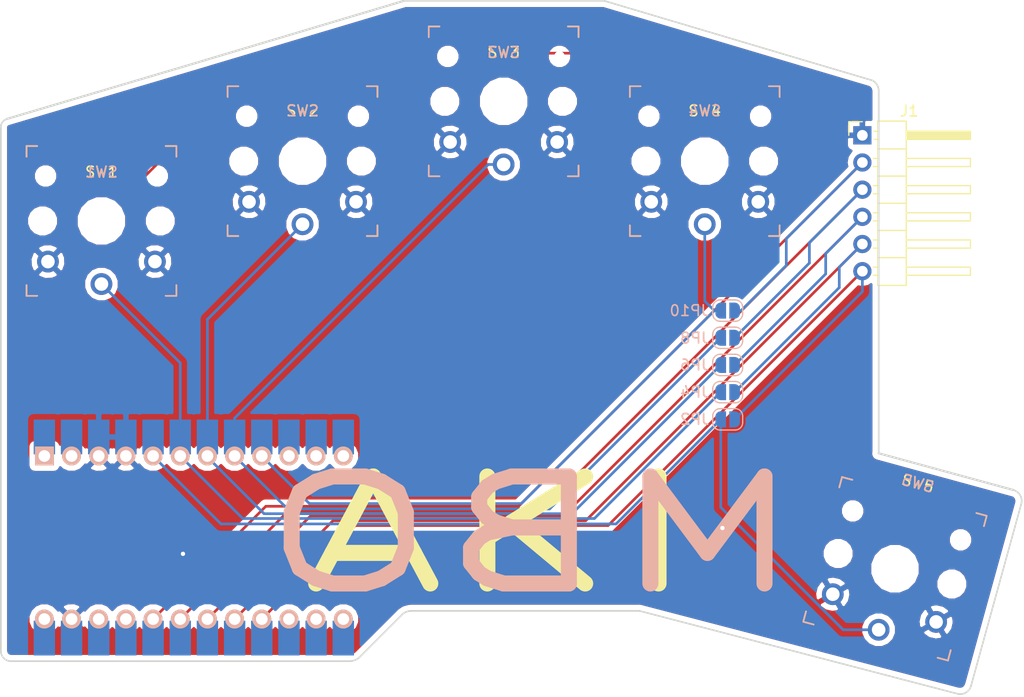
<source format=kicad_pcb>
(kicad_pcb (version 20171130) (host pcbnew "(5.0.0)")

  (general
    (thickness 1.6)
    (drawings 22)
    (tracks 114)
    (zones 0)
    (modules 12)
    (nets 23)
  )

  (page A4)
  (layers
    (0 F.Cu signal)
    (31 B.Cu signal)
    (32 B.Adhes user)
    (33 F.Adhes user)
    (34 B.Paste user)
    (35 F.Paste user)
    (36 B.SilkS user)
    (37 F.SilkS user)
    (38 B.Mask user)
    (39 F.Mask user)
    (40 Dwgs.User user)
    (41 Cmts.User user)
    (42 Eco1.User user)
    (43 Eco2.User user)
    (44 Edge.Cuts user)
    (45 Margin user)
    (46 B.CrtYd user)
    (47 F.CrtYd user)
    (48 B.Fab user)
    (49 F.Fab user)
  )

  (setup
    (last_trace_width 0.25)
    (trace_clearance 0.2)
    (zone_clearance 0.508)
    (zone_45_only no)
    (trace_min 0.2)
    (segment_width 0.2)
    (edge_width 0.15)
    (via_size 0.8)
    (via_drill 0.4)
    (via_min_size 0.4)
    (via_min_drill 0.3)
    (uvia_size 0.3)
    (uvia_drill 0.1)
    (uvias_allowed no)
    (uvia_min_size 0.2)
    (uvia_min_drill 0.1)
    (pcb_text_width 0.3)
    (pcb_text_size 1.5 1.5)
    (mod_edge_width 0.15)
    (mod_text_size 1 1)
    (mod_text_width 0.15)
    (pad_size 1.524 1.524)
    (pad_drill 0.762)
    (pad_to_mask_clearance 0.051)
    (solder_mask_min_width 0.25)
    (aux_axis_origin 0 0)
    (visible_elements 7FFFFFFF)
    (pcbplotparams
      (layerselection 0x010fc_ffffffff)
      (usegerberextensions false)
      (usegerberattributes false)
      (usegerberadvancedattributes false)
      (creategerberjobfile false)
      (excludeedgelayer true)
      (linewidth 0.100000)
      (plotframeref false)
      (viasonmask false)
      (mode 1)
      (useauxorigin false)
      (hpglpennumber 1)
      (hpglpenspeed 20)
      (hpglpendiameter 15.000000)
      (psnegative false)
      (psa4output false)
      (plotreference true)
      (plotvalue true)
      (plotinvisibletext false)
      (padsonsilk false)
      (subtractmaskfromsilk false)
      (outputformat 1)
      (mirror false)
      (drillshape 0)
      (scaleselection 1)
      (outputdirectory "export/"))
  )

  (net 0 "")
  (net 1 GND)
  (net 2 /SW3)
  (net 3 /SW2)
  (net 4 /SW1)
  (net 5 /SW5)
  (net 6 /SW4)
  (net 7 /SW6)
  (net 8 /SW10)
  (net 9 /SW9)
  (net 10 /SW8)
  (net 11 /SW7)
  (net 12 "Net-(U1-Pad13)")
  (net 13 "Net-(U1-Pad14)")
  (net 14 "Net-(U1-Pad15)")
  (net 15 "Net-(U1-Pad21)")
  (net 16 "Net-(U1-Pad22)")
  (net 17 "Net-(U1-Pad24)")
  (net 18 "Net-(U1-Pad12)")
  (net 19 "Net-(U1-Pad11)")
  (net 20 "Net-(U1-Pad10)")
  (net 21 "Net-(U1-Pad2)")
  (net 22 "Net-(U1-Pad1)")

  (net_class Default "This is the default net class."
    (clearance 0.2)
    (trace_width 0.25)
    (via_dia 0.8)
    (via_drill 0.4)
    (uvia_dia 0.3)
    (uvia_drill 0.1)
    (add_net /SW1)
    (add_net /SW10)
    (add_net /SW2)
    (add_net /SW3)
    (add_net /SW4)
    (add_net /SW5)
    (add_net /SW6)
    (add_net /SW7)
    (add_net /SW8)
    (add_net /SW9)
    (add_net GND)
    (add_net "Net-(U1-Pad1)")
    (add_net "Net-(U1-Pad10)")
    (add_net "Net-(U1-Pad11)")
    (add_net "Net-(U1-Pad12)")
    (add_net "Net-(U1-Pad13)")
    (add_net "Net-(U1-Pad14)")
    (add_net "Net-(U1-Pad15)")
    (add_net "Net-(U1-Pad2)")
    (add_net "Net-(U1-Pad21)")
    (add_net "Net-(U1-Pad22)")
    (add_net "Net-(U1-Pad24)")
  )

  (module keyswitches:SW_PG1350_reversible (layer F.Cu) (tedit 5DD501D8) (tstamp 5E0736FA)
    (at 93.472 134.62 345)
    (descr "Kailh \"Choc\" PG1350 keyswitch, able to be mounted on front or back of PCB")
    (tags kailh,choc)
    (path /5DF70DFA)
    (fp_text reference SW5 (at 0 -8.255 345) (layer F.SilkS)
      (effects (font (size 1 1) (thickness 0.15)))
    )
    (fp_text value SW_Push (at 0 8.255 345) (layer F.Fab)
      (effects (font (size 1 1) (thickness 0.15)))
    )
    (fp_line (start 6 -7) (end 7 -7) (layer F.SilkS) (width 0.15))
    (fp_line (start 7 -7) (end 7 -6) (layer F.SilkS) (width 0.15))
    (fp_line (start 7 6) (end 7 7) (layer F.SilkS) (width 0.15))
    (fp_line (start 7 7) (end 6 7) (layer F.SilkS) (width 0.15))
    (fp_line (start -6 7) (end -7 7) (layer F.SilkS) (width 0.15))
    (fp_line (start -7 7) (end -7 6) (layer F.SilkS) (width 0.15))
    (fp_line (start -7 -6) (end -7 -7) (layer F.SilkS) (width 0.15))
    (fp_line (start -7 -7) (end -6 -7) (layer F.SilkS) (width 0.15))
    (fp_line (start -2.6 -3.1) (end 2.6 -3.1) (layer Eco2.User) (width 0.15))
    (fp_line (start 2.6 -3.1) (end 2.6 -6.3) (layer Eco2.User) (width 0.15))
    (fp_line (start 2.6 -6.3) (end -2.6 -6.3) (layer Eco2.User) (width 0.15))
    (fp_line (start -2.6 -3.1) (end -2.6 -6.3) (layer Eco2.User) (width 0.15))
    (fp_line (start -7 -6) (end -7 -7) (layer B.SilkS) (width 0.15))
    (fp_line (start -7 -7) (end -6 -7) (layer B.SilkS) (width 0.15))
    (fp_line (start -6 7) (end -7 7) (layer B.SilkS) (width 0.15))
    (fp_line (start -7 7) (end -7 6) (layer B.SilkS) (width 0.15))
    (fp_line (start 7 6) (end 7 7) (layer B.SilkS) (width 0.15))
    (fp_line (start 7 7) (end 6 7) (layer B.SilkS) (width 0.15))
    (fp_line (start 6 -7) (end 7 -7) (layer B.SilkS) (width 0.15))
    (fp_line (start 7 -7) (end 7 -6) (layer B.SilkS) (width 0.15))
    (fp_line (start -6.9 6.9) (end 6.9 6.9) (layer Eco2.User) (width 0.15))
    (fp_line (start 6.9 -6.9) (end -6.9 -6.9) (layer Eco2.User) (width 0.15))
    (fp_line (start 6.9 -6.9) (end 6.9 6.9) (layer Eco2.User) (width 0.15))
    (fp_line (start -6.9 6.9) (end -6.9 -6.9) (layer Eco2.User) (width 0.15))
    (fp_line (start -7.5 -7.5) (end 7.5 -7.5) (layer B.Fab) (width 0.15))
    (fp_line (start 7.5 -7.5) (end 7.5 7.5) (layer B.Fab) (width 0.15))
    (fp_line (start 7.5 7.5) (end -7.5 7.5) (layer B.Fab) (width 0.15))
    (fp_line (start -7.5 7.5) (end -7.5 -7.5) (layer B.Fab) (width 0.15))
    (fp_text user %R (at 0 -8.255 345) (layer B.SilkS)
      (effects (font (size 1 1) (thickness 0.15)) (justify mirror))
    )
    (fp_text user %V (at 0 8.255 345) (layer B.Fab)
      (effects (font (size 1 1) (thickness 0.15)) (justify mirror))
    )
    (fp_line (start -7.5 -7.5) (end 7.5 -7.5) (layer F.Fab) (width 0.15))
    (fp_line (start 7.5 7.5) (end -7.5 7.5) (layer F.Fab) (width 0.15))
    (fp_line (start 7.5 -7.5) (end 7.5 7.5) (layer F.Fab) (width 0.15))
    (fp_line (start -7.5 7.5) (end -7.5 -7.5) (layer F.Fab) (width 0.15))
    (fp_text user %R (at 0 0 345) (layer F.Fab)
      (effects (font (size 1 1) (thickness 0.15)))
    )
    (fp_text user %R (at 0 0 345) (layer B.Fab)
      (effects (font (size 1 1) (thickness 0.15)) (justify mirror))
    )
    (pad "" np_thru_hole circle (at -5.22 -4.2 345) (size 0.9906 0.9906) (drill 0.9906) (layers *.Cu *.Mask))
    (pad 2 thru_hole circle (at 5 3.8 345) (size 2.032 2.032) (drill 1.27) (layers *.Cu *.Mask)
      (net 1 GND))
    (pad "" np_thru_hole circle (at 0 0 345) (size 3.429 3.429) (drill 3.429) (layers *.Cu *.Mask))
    (pad 2 thru_hole circle (at -5 3.8 345) (size 2.032 2.032) (drill 1.27) (layers *.Cu *.Mask)
      (net 1 GND))
    (pad 1 thru_hole circle (at 0 5.9 345) (size 2.032 2.032) (drill 1.27) (layers *.Cu *.Mask)
      (net 4 /SW1))
    (pad "" np_thru_hole circle (at 5.22 -4.2 345) (size 0.9906 0.9906) (drill 0.9906) (layers *.Cu *.Mask))
    (pad "" np_thru_hole circle (at 5.5 0 345) (size 1.7018 1.7018) (drill 1.7018) (layers *.Cu *.Mask))
    (pad "" np_thru_hole circle (at -5.5 0 345) (size 1.7018 1.7018) (drill 1.7018) (layers *.Cu *.Mask))
  )

  (module keyswitches:SW_PG1350_reversible (layer F.Cu) (tedit 5DD501D8) (tstamp 5E0736CB)
    (at 75.692 96.52)
    (descr "Kailh \"Choc\" PG1350 keyswitch, able to be mounted on front or back of PCB")
    (tags kailh,choc)
    (path /5DF70E7F)
    (fp_text reference SW4 (at 0 -4.699) (layer F.SilkS)
      (effects (font (size 1 1) (thickness 0.15)))
    )
    (fp_text value SW_Push (at 0 8.255) (layer F.Fab)
      (effects (font (size 1 1) (thickness 0.15)))
    )
    (fp_text user %R (at 0 0) (layer B.Fab)
      (effects (font (size 1 1) (thickness 0.15)) (justify mirror))
    )
    (fp_text user %R (at 0 0) (layer F.Fab)
      (effects (font (size 1 1) (thickness 0.15)))
    )
    (fp_line (start -7.5 7.5) (end -7.5 -7.5) (layer F.Fab) (width 0.15))
    (fp_line (start 7.5 -7.5) (end 7.5 7.5) (layer F.Fab) (width 0.15))
    (fp_line (start 7.5 7.5) (end -7.5 7.5) (layer F.Fab) (width 0.15))
    (fp_line (start -7.5 -7.5) (end 7.5 -7.5) (layer F.Fab) (width 0.15))
    (fp_text user %V (at 0 8.255) (layer B.Fab)
      (effects (font (size 1 1) (thickness 0.15)) (justify mirror))
    )
    (fp_text user %R (at 0 -4.699) (layer B.SilkS)
      (effects (font (size 1 1) (thickness 0.15)) (justify mirror))
    )
    (fp_line (start -7.5 7.5) (end -7.5 -7.5) (layer B.Fab) (width 0.15))
    (fp_line (start 7.5 7.5) (end -7.5 7.5) (layer B.Fab) (width 0.15))
    (fp_line (start 7.5 -7.5) (end 7.5 7.5) (layer B.Fab) (width 0.15))
    (fp_line (start -7.5 -7.5) (end 7.5 -7.5) (layer B.Fab) (width 0.15))
    (fp_line (start -6.9 6.9) (end -6.9 -6.9) (layer Eco2.User) (width 0.15))
    (fp_line (start 6.9 -6.9) (end 6.9 6.9) (layer Eco2.User) (width 0.15))
    (fp_line (start 6.9 -6.9) (end -6.9 -6.9) (layer Eco2.User) (width 0.15))
    (fp_line (start -6.9 6.9) (end 6.9 6.9) (layer Eco2.User) (width 0.15))
    (fp_line (start 7 -7) (end 7 -6) (layer B.SilkS) (width 0.15))
    (fp_line (start 6 -7) (end 7 -7) (layer B.SilkS) (width 0.15))
    (fp_line (start 7 7) (end 6 7) (layer B.SilkS) (width 0.15))
    (fp_line (start 7 6) (end 7 7) (layer B.SilkS) (width 0.15))
    (fp_line (start -7 7) (end -7 6) (layer B.SilkS) (width 0.15))
    (fp_line (start -6 7) (end -7 7) (layer B.SilkS) (width 0.15))
    (fp_line (start -7 -7) (end -6 -7) (layer B.SilkS) (width 0.15))
    (fp_line (start -7 -6) (end -7 -7) (layer B.SilkS) (width 0.15))
    (fp_line (start -2.6 -3.1) (end -2.6 -6.3) (layer Eco2.User) (width 0.15))
    (fp_line (start 2.6 -6.3) (end -2.6 -6.3) (layer Eco2.User) (width 0.15))
    (fp_line (start 2.6 -3.1) (end 2.6 -6.3) (layer Eco2.User) (width 0.15))
    (fp_line (start -2.6 -3.1) (end 2.6 -3.1) (layer Eco2.User) (width 0.15))
    (fp_line (start -7 -7) (end -6 -7) (layer F.SilkS) (width 0.15))
    (fp_line (start -7 -6) (end -7 -7) (layer F.SilkS) (width 0.15))
    (fp_line (start -7 7) (end -7 6) (layer F.SilkS) (width 0.15))
    (fp_line (start -6 7) (end -7 7) (layer F.SilkS) (width 0.15))
    (fp_line (start 7 7) (end 6 7) (layer F.SilkS) (width 0.15))
    (fp_line (start 7 6) (end 7 7) (layer F.SilkS) (width 0.15))
    (fp_line (start 7 -7) (end 7 -6) (layer F.SilkS) (width 0.15))
    (fp_line (start 6 -7) (end 7 -7) (layer F.SilkS) (width 0.15))
    (pad "" np_thru_hole circle (at -5.5 0) (size 1.7018 1.7018) (drill 1.7018) (layers *.Cu *.Mask))
    (pad "" np_thru_hole circle (at 5.5 0) (size 1.7018 1.7018) (drill 1.7018) (layers *.Cu *.Mask))
    (pad "" np_thru_hole circle (at 5.22 -4.2) (size 0.9906 0.9906) (drill 0.9906) (layers *.Cu *.Mask))
    (pad 1 thru_hole circle (at 0 5.9) (size 2.032 2.032) (drill 1.27) (layers *.Cu *.Mask)
      (net 5 /SW5))
    (pad 2 thru_hole circle (at -5 3.8) (size 2.032 2.032) (drill 1.27) (layers *.Cu *.Mask)
      (net 1 GND))
    (pad "" np_thru_hole circle (at 0 0) (size 3.429 3.429) (drill 3.429) (layers *.Cu *.Mask))
    (pad 2 thru_hole circle (at 5 3.8) (size 2.032 2.032) (drill 1.27) (layers *.Cu *.Mask)
      (net 1 GND))
    (pad "" np_thru_hole circle (at -5.22 -4.2) (size 0.9906 0.9906) (drill 0.9906) (layers *.Cu *.Mask))
  )

  (module keyswitches:SW_PG1350_reversible (layer F.Cu) (tedit 5DD501D8) (tstamp 5E07369C)
    (at 56.896 90.932)
    (descr "Kailh \"Choc\" PG1350 keyswitch, able to be mounted on front or back of PCB")
    (tags kailh,choc)
    (path /5DF7206D)
    (fp_text reference SW3 (at 0 -4.572) (layer F.SilkS)
      (effects (font (size 1 1) (thickness 0.15)))
    )
    (fp_text value SW_Push (at 0 8.255) (layer F.Fab)
      (effects (font (size 1 1) (thickness 0.15)))
    )
    (fp_line (start 6 -7) (end 7 -7) (layer F.SilkS) (width 0.15))
    (fp_line (start 7 -7) (end 7 -6) (layer F.SilkS) (width 0.15))
    (fp_line (start 7 6) (end 7 7) (layer F.SilkS) (width 0.15))
    (fp_line (start 7 7) (end 6 7) (layer F.SilkS) (width 0.15))
    (fp_line (start -6 7) (end -7 7) (layer F.SilkS) (width 0.15))
    (fp_line (start -7 7) (end -7 6) (layer F.SilkS) (width 0.15))
    (fp_line (start -7 -6) (end -7 -7) (layer F.SilkS) (width 0.15))
    (fp_line (start -7 -7) (end -6 -7) (layer F.SilkS) (width 0.15))
    (fp_line (start -2.6 -3.1) (end 2.6 -3.1) (layer Eco2.User) (width 0.15))
    (fp_line (start 2.6 -3.1) (end 2.6 -6.3) (layer Eco2.User) (width 0.15))
    (fp_line (start 2.6 -6.3) (end -2.6 -6.3) (layer Eco2.User) (width 0.15))
    (fp_line (start -2.6 -3.1) (end -2.6 -6.3) (layer Eco2.User) (width 0.15))
    (fp_line (start -7 -6) (end -7 -7) (layer B.SilkS) (width 0.15))
    (fp_line (start -7 -7) (end -6 -7) (layer B.SilkS) (width 0.15))
    (fp_line (start -6 7) (end -7 7) (layer B.SilkS) (width 0.15))
    (fp_line (start -7 7) (end -7 6) (layer B.SilkS) (width 0.15))
    (fp_line (start 7 6) (end 7 7) (layer B.SilkS) (width 0.15))
    (fp_line (start 7 7) (end 6 7) (layer B.SilkS) (width 0.15))
    (fp_line (start 6 -7) (end 7 -7) (layer B.SilkS) (width 0.15))
    (fp_line (start 7 -7) (end 7 -6) (layer B.SilkS) (width 0.15))
    (fp_line (start -6.9 6.9) (end 6.9 6.9) (layer Eco2.User) (width 0.15))
    (fp_line (start 6.9 -6.9) (end -6.9 -6.9) (layer Eco2.User) (width 0.15))
    (fp_line (start 6.9 -6.9) (end 6.9 6.9) (layer Eco2.User) (width 0.15))
    (fp_line (start -6.9 6.9) (end -6.9 -6.9) (layer Eco2.User) (width 0.15))
    (fp_line (start -7.5 -7.5) (end 7.5 -7.5) (layer B.Fab) (width 0.15))
    (fp_line (start 7.5 -7.5) (end 7.5 7.5) (layer B.Fab) (width 0.15))
    (fp_line (start 7.5 7.5) (end -7.5 7.5) (layer B.Fab) (width 0.15))
    (fp_line (start -7.5 7.5) (end -7.5 -7.5) (layer B.Fab) (width 0.15))
    (fp_text user %R (at 0 -4.572) (layer B.SilkS)
      (effects (font (size 1 1) (thickness 0.15)) (justify mirror))
    )
    (fp_text user %V (at 0 8.255) (layer B.Fab)
      (effects (font (size 1 1) (thickness 0.15)) (justify mirror))
    )
    (fp_line (start -7.5 -7.5) (end 7.5 -7.5) (layer F.Fab) (width 0.15))
    (fp_line (start 7.5 7.5) (end -7.5 7.5) (layer F.Fab) (width 0.15))
    (fp_line (start 7.5 -7.5) (end 7.5 7.5) (layer F.Fab) (width 0.15))
    (fp_line (start -7.5 7.5) (end -7.5 -7.5) (layer F.Fab) (width 0.15))
    (fp_text user %R (at 0 0) (layer F.Fab)
      (effects (font (size 1 1) (thickness 0.15)))
    )
    (fp_text user %R (at 0 0) (layer B.Fab)
      (effects (font (size 1 1) (thickness 0.15)) (justify mirror))
    )
    (pad "" np_thru_hole circle (at -5.22 -4.2) (size 0.9906 0.9906) (drill 0.9906) (layers *.Cu *.Mask))
    (pad 2 thru_hole circle (at 5 3.8) (size 2.032 2.032) (drill 1.27) (layers *.Cu *.Mask)
      (net 1 GND))
    (pad "" np_thru_hole circle (at 0 0) (size 3.429 3.429) (drill 3.429) (layers *.Cu *.Mask))
    (pad 2 thru_hole circle (at -5 3.8) (size 2.032 2.032) (drill 1.27) (layers *.Cu *.Mask)
      (net 1 GND))
    (pad 1 thru_hole circle (at 0 5.9) (size 2.032 2.032) (drill 1.27) (layers *.Cu *.Mask)
      (net 6 /SW4))
    (pad "" np_thru_hole circle (at 5.22 -4.2) (size 0.9906 0.9906) (drill 0.9906) (layers *.Cu *.Mask))
    (pad "" np_thru_hole circle (at 5.5 0) (size 1.7018 1.7018) (drill 1.7018) (layers *.Cu *.Mask))
    (pad "" np_thru_hole circle (at -5.5 0) (size 1.7018 1.7018) (drill 1.7018) (layers *.Cu *.Mask))
  )

  (module keyswitches:SW_PG1350_reversible (layer F.Cu) (tedit 5DD501D8) (tstamp 5E07366D)
    (at 38.1 96.52)
    (descr "Kailh \"Choc\" PG1350 keyswitch, able to be mounted on front or back of PCB")
    (tags kailh,choc)
    (path /5DF7325E)
    (fp_text reference SW2 (at 0 -4.699) (layer F.SilkS)
      (effects (font (size 1 1) (thickness 0.15)))
    )
    (fp_text value SW_Push (at 0 8.255) (layer F.Fab)
      (effects (font (size 1 1) (thickness 0.15)))
    )
    (fp_text user %R (at 0 0) (layer B.Fab)
      (effects (font (size 1 1) (thickness 0.15)) (justify mirror))
    )
    (fp_text user %R (at 0 0) (layer F.Fab)
      (effects (font (size 1 1) (thickness 0.15)))
    )
    (fp_line (start -7.5 7.5) (end -7.5 -7.5) (layer F.Fab) (width 0.15))
    (fp_line (start 7.5 -7.5) (end 7.5 7.5) (layer F.Fab) (width 0.15))
    (fp_line (start 7.5 7.5) (end -7.5 7.5) (layer F.Fab) (width 0.15))
    (fp_line (start -7.5 -7.5) (end 7.5 -7.5) (layer F.Fab) (width 0.15))
    (fp_text user %V (at 0 8.255) (layer B.Fab)
      (effects (font (size 1 1) (thickness 0.15)) (justify mirror))
    )
    (fp_text user %R (at 0 -4.699) (layer B.SilkS)
      (effects (font (size 1 1) (thickness 0.15)) (justify mirror))
    )
    (fp_line (start -7.5 7.5) (end -7.5 -7.5) (layer B.Fab) (width 0.15))
    (fp_line (start 7.5 7.5) (end -7.5 7.5) (layer B.Fab) (width 0.15))
    (fp_line (start 7.5 -7.5) (end 7.5 7.5) (layer B.Fab) (width 0.15))
    (fp_line (start -7.5 -7.5) (end 7.5 -7.5) (layer B.Fab) (width 0.15))
    (fp_line (start -6.9 6.9) (end -6.9 -6.9) (layer Eco2.User) (width 0.15))
    (fp_line (start 6.9 -6.9) (end 6.9 6.9) (layer Eco2.User) (width 0.15))
    (fp_line (start 6.9 -6.9) (end -6.9 -6.9) (layer Eco2.User) (width 0.15))
    (fp_line (start -6.9 6.9) (end 6.9 6.9) (layer Eco2.User) (width 0.15))
    (fp_line (start 7 -7) (end 7 -6) (layer B.SilkS) (width 0.15))
    (fp_line (start 6 -7) (end 7 -7) (layer B.SilkS) (width 0.15))
    (fp_line (start 7 7) (end 6 7) (layer B.SilkS) (width 0.15))
    (fp_line (start 7 6) (end 7 7) (layer B.SilkS) (width 0.15))
    (fp_line (start -7 7) (end -7 6) (layer B.SilkS) (width 0.15))
    (fp_line (start -6 7) (end -7 7) (layer B.SilkS) (width 0.15))
    (fp_line (start -7 -7) (end -6 -7) (layer B.SilkS) (width 0.15))
    (fp_line (start -7 -6) (end -7 -7) (layer B.SilkS) (width 0.15))
    (fp_line (start -2.6 -3.1) (end -2.6 -6.3) (layer Eco2.User) (width 0.15))
    (fp_line (start 2.6 -6.3) (end -2.6 -6.3) (layer Eco2.User) (width 0.15))
    (fp_line (start 2.6 -3.1) (end 2.6 -6.3) (layer Eco2.User) (width 0.15))
    (fp_line (start -2.6 -3.1) (end 2.6 -3.1) (layer Eco2.User) (width 0.15))
    (fp_line (start -7 -7) (end -6 -7) (layer F.SilkS) (width 0.15))
    (fp_line (start -7 -6) (end -7 -7) (layer F.SilkS) (width 0.15))
    (fp_line (start -7 7) (end -7 6) (layer F.SilkS) (width 0.15))
    (fp_line (start -6 7) (end -7 7) (layer F.SilkS) (width 0.15))
    (fp_line (start 7 7) (end 6 7) (layer F.SilkS) (width 0.15))
    (fp_line (start 7 6) (end 7 7) (layer F.SilkS) (width 0.15))
    (fp_line (start 7 -7) (end 7 -6) (layer F.SilkS) (width 0.15))
    (fp_line (start 6 -7) (end 7 -7) (layer F.SilkS) (width 0.15))
    (pad "" np_thru_hole circle (at -5.5 0) (size 1.7018 1.7018) (drill 1.7018) (layers *.Cu *.Mask))
    (pad "" np_thru_hole circle (at 5.5 0) (size 1.7018 1.7018) (drill 1.7018) (layers *.Cu *.Mask))
    (pad "" np_thru_hole circle (at 5.22 -4.2) (size 0.9906 0.9906) (drill 0.9906) (layers *.Cu *.Mask))
    (pad 1 thru_hole circle (at 0 5.9) (size 2.032 2.032) (drill 1.27) (layers *.Cu *.Mask)
      (net 2 /SW3))
    (pad 2 thru_hole circle (at -5 3.8) (size 2.032 2.032) (drill 1.27) (layers *.Cu *.Mask)
      (net 1 GND))
    (pad "" np_thru_hole circle (at 0 0) (size 3.429 3.429) (drill 3.429) (layers *.Cu *.Mask))
    (pad 2 thru_hole circle (at 5 3.8) (size 2.032 2.032) (drill 1.27) (layers *.Cu *.Mask)
      (net 1 GND))
    (pad "" np_thru_hole circle (at -5.22 -4.2) (size 0.9906 0.9906) (drill 0.9906) (layers *.Cu *.Mask))
  )

  (module keyswitches:SW_PG1350_reversible (layer F.Cu) (tedit 5DD501D8) (tstamp 5E07363E)
    (at 19.304 102.108)
    (descr "Kailh \"Choc\" PG1350 keyswitch, able to be mounted on front or back of PCB")
    (tags kailh,choc)
    (path /5DF74448)
    (fp_text reference SW1 (at 0 -4.572) (layer F.SilkS)
      (effects (font (size 1 1) (thickness 0.15)))
    )
    (fp_text value SW_Push (at 0 8.255) (layer F.Fab)
      (effects (font (size 1 1) (thickness 0.15)))
    )
    (fp_line (start 6 -7) (end 7 -7) (layer F.SilkS) (width 0.15))
    (fp_line (start 7 -7) (end 7 -6) (layer F.SilkS) (width 0.15))
    (fp_line (start 7 6) (end 7 7) (layer F.SilkS) (width 0.15))
    (fp_line (start 7 7) (end 6 7) (layer F.SilkS) (width 0.15))
    (fp_line (start -6 7) (end -7 7) (layer F.SilkS) (width 0.15))
    (fp_line (start -7 7) (end -7 6) (layer F.SilkS) (width 0.15))
    (fp_line (start -7 -6) (end -7 -7) (layer F.SilkS) (width 0.15))
    (fp_line (start -7 -7) (end -6 -7) (layer F.SilkS) (width 0.15))
    (fp_line (start -2.6 -3.1) (end 2.6 -3.1) (layer Eco2.User) (width 0.15))
    (fp_line (start 2.6 -3.1) (end 2.6 -6.3) (layer Eco2.User) (width 0.15))
    (fp_line (start 2.6 -6.3) (end -2.6 -6.3) (layer Eco2.User) (width 0.15))
    (fp_line (start -2.6 -3.1) (end -2.6 -6.3) (layer Eco2.User) (width 0.15))
    (fp_line (start -7 -6) (end -7 -7) (layer B.SilkS) (width 0.15))
    (fp_line (start -7 -7) (end -6 -7) (layer B.SilkS) (width 0.15))
    (fp_line (start -6 7) (end -7 7) (layer B.SilkS) (width 0.15))
    (fp_line (start -7 7) (end -7 6) (layer B.SilkS) (width 0.15))
    (fp_line (start 7 6) (end 7 7) (layer B.SilkS) (width 0.15))
    (fp_line (start 7 7) (end 6 7) (layer B.SilkS) (width 0.15))
    (fp_line (start 6 -7) (end 7 -7) (layer B.SilkS) (width 0.15))
    (fp_line (start 7 -7) (end 7 -6) (layer B.SilkS) (width 0.15))
    (fp_line (start -6.9 6.9) (end 6.9 6.9) (layer Eco2.User) (width 0.15))
    (fp_line (start 6.9 -6.9) (end -6.9 -6.9) (layer Eco2.User) (width 0.15))
    (fp_line (start 6.9 -6.9) (end 6.9 6.9) (layer Eco2.User) (width 0.15))
    (fp_line (start -6.9 6.9) (end -6.9 -6.9) (layer Eco2.User) (width 0.15))
    (fp_line (start -7.5 -7.5) (end 7.5 -7.5) (layer B.Fab) (width 0.15))
    (fp_line (start 7.5 -7.5) (end 7.5 7.5) (layer B.Fab) (width 0.15))
    (fp_line (start 7.5 7.5) (end -7.5 7.5) (layer B.Fab) (width 0.15))
    (fp_line (start -7.5 7.5) (end -7.5 -7.5) (layer B.Fab) (width 0.15))
    (fp_text user %R (at 0 -4.572) (layer B.SilkS)
      (effects (font (size 1 1) (thickness 0.15)) (justify mirror))
    )
    (fp_text user %V (at 0 8.255) (layer B.Fab)
      (effects (font (size 1 1) (thickness 0.15)) (justify mirror))
    )
    (fp_line (start -7.5 -7.5) (end 7.5 -7.5) (layer F.Fab) (width 0.15))
    (fp_line (start 7.5 7.5) (end -7.5 7.5) (layer F.Fab) (width 0.15))
    (fp_line (start 7.5 -7.5) (end 7.5 7.5) (layer F.Fab) (width 0.15))
    (fp_line (start -7.5 7.5) (end -7.5 -7.5) (layer F.Fab) (width 0.15))
    (fp_text user %R (at 0 0) (layer F.Fab)
      (effects (font (size 1 1) (thickness 0.15)))
    )
    (fp_text user %R (at 0 0) (layer B.Fab)
      (effects (font (size 1 1) (thickness 0.15)) (justify mirror))
    )
    (pad "" np_thru_hole circle (at -5.22 -4.2) (size 0.9906 0.9906) (drill 0.9906) (layers *.Cu *.Mask))
    (pad 2 thru_hole circle (at 5 3.8) (size 2.032 2.032) (drill 1.27) (layers *.Cu *.Mask)
      (net 1 GND))
    (pad "" np_thru_hole circle (at 0 0) (size 3.429 3.429) (drill 3.429) (layers *.Cu *.Mask))
    (pad 2 thru_hole circle (at -5 3.8) (size 2.032 2.032) (drill 1.27) (layers *.Cu *.Mask)
      (net 1 GND))
    (pad 1 thru_hole circle (at 0 5.9) (size 2.032 2.032) (drill 1.27) (layers *.Cu *.Mask)
      (net 3 /SW2))
    (pad "" np_thru_hole circle (at 5.22 -4.2) (size 0.9906 0.9906) (drill 0.9906) (layers *.Cu *.Mask))
    (pad "" np_thru_hole circle (at 5.5 0) (size 1.7018 1.7018) (drill 1.7018) (layers *.Cu *.Mask))
    (pad "" np_thru_hole circle (at -5.5 0) (size 1.7018 1.7018) (drill 1.7018) (layers *.Cu *.Mask))
  )

  (module Connector_PinHeader_2.54mm:PinHeader_1x06_P2.54mm_Horizontal (layer F.Cu) (tedit 59FED5CB) (tstamp 5DF7FF83)
    (at 90.424 94.107)
    (descr "Through hole angled pin header, 1x06, 2.54mm pitch, 6mm pin length, single row")
    (tags "Through hole angled pin header THT 1x06 2.54mm single row")
    (path /5DB1BAE3)
    (fp_text reference J1 (at 4.385 -2.27) (layer F.SilkS)
      (effects (font (size 1 1) (thickness 0.15)))
    )
    (fp_text value Conn_01x06_Male (at 4.385 14.97) (layer F.Fab)
      (effects (font (size 1 1) (thickness 0.15)))
    )
    (fp_text user %R (at 2.77 6.35 90) (layer F.Fab)
      (effects (font (size 1 1) (thickness 0.15)))
    )
    (fp_line (start 10.55 -1.8) (end -1.8 -1.8) (layer F.CrtYd) (width 0.05))
    (fp_line (start 10.55 14.5) (end 10.55 -1.8) (layer F.CrtYd) (width 0.05))
    (fp_line (start -1.8 14.5) (end 10.55 14.5) (layer F.CrtYd) (width 0.05))
    (fp_line (start -1.8 -1.8) (end -1.8 14.5) (layer F.CrtYd) (width 0.05))
    (fp_line (start -1.27 -1.27) (end 0 -1.27) (layer F.SilkS) (width 0.12))
    (fp_line (start -1.27 0) (end -1.27 -1.27) (layer F.SilkS) (width 0.12))
    (fp_line (start 1.042929 13.08) (end 1.44 13.08) (layer F.SilkS) (width 0.12))
    (fp_line (start 1.042929 12.32) (end 1.44 12.32) (layer F.SilkS) (width 0.12))
    (fp_line (start 10.1 13.08) (end 4.1 13.08) (layer F.SilkS) (width 0.12))
    (fp_line (start 10.1 12.32) (end 10.1 13.08) (layer F.SilkS) (width 0.12))
    (fp_line (start 4.1 12.32) (end 10.1 12.32) (layer F.SilkS) (width 0.12))
    (fp_line (start 1.44 11.43) (end 4.1 11.43) (layer F.SilkS) (width 0.12))
    (fp_line (start 1.042929 10.54) (end 1.44 10.54) (layer F.SilkS) (width 0.12))
    (fp_line (start 1.042929 9.78) (end 1.44 9.78) (layer F.SilkS) (width 0.12))
    (fp_line (start 10.1 10.54) (end 4.1 10.54) (layer F.SilkS) (width 0.12))
    (fp_line (start 10.1 9.78) (end 10.1 10.54) (layer F.SilkS) (width 0.12))
    (fp_line (start 4.1 9.78) (end 10.1 9.78) (layer F.SilkS) (width 0.12))
    (fp_line (start 1.44 8.89) (end 4.1 8.89) (layer F.SilkS) (width 0.12))
    (fp_line (start 1.042929 8) (end 1.44 8) (layer F.SilkS) (width 0.12))
    (fp_line (start 1.042929 7.24) (end 1.44 7.24) (layer F.SilkS) (width 0.12))
    (fp_line (start 10.1 8) (end 4.1 8) (layer F.SilkS) (width 0.12))
    (fp_line (start 10.1 7.24) (end 10.1 8) (layer F.SilkS) (width 0.12))
    (fp_line (start 4.1 7.24) (end 10.1 7.24) (layer F.SilkS) (width 0.12))
    (fp_line (start 1.44 6.35) (end 4.1 6.35) (layer F.SilkS) (width 0.12))
    (fp_line (start 1.042929 5.46) (end 1.44 5.46) (layer F.SilkS) (width 0.12))
    (fp_line (start 1.042929 4.7) (end 1.44 4.7) (layer F.SilkS) (width 0.12))
    (fp_line (start 10.1 5.46) (end 4.1 5.46) (layer F.SilkS) (width 0.12))
    (fp_line (start 10.1 4.7) (end 10.1 5.46) (layer F.SilkS) (width 0.12))
    (fp_line (start 4.1 4.7) (end 10.1 4.7) (layer F.SilkS) (width 0.12))
    (fp_line (start 1.44 3.81) (end 4.1 3.81) (layer F.SilkS) (width 0.12))
    (fp_line (start 1.042929 2.92) (end 1.44 2.92) (layer F.SilkS) (width 0.12))
    (fp_line (start 1.042929 2.16) (end 1.44 2.16) (layer F.SilkS) (width 0.12))
    (fp_line (start 10.1 2.92) (end 4.1 2.92) (layer F.SilkS) (width 0.12))
    (fp_line (start 10.1 2.16) (end 10.1 2.92) (layer F.SilkS) (width 0.12))
    (fp_line (start 4.1 2.16) (end 10.1 2.16) (layer F.SilkS) (width 0.12))
    (fp_line (start 1.44 1.27) (end 4.1 1.27) (layer F.SilkS) (width 0.12))
    (fp_line (start 1.11 0.38) (end 1.44 0.38) (layer F.SilkS) (width 0.12))
    (fp_line (start 1.11 -0.38) (end 1.44 -0.38) (layer F.SilkS) (width 0.12))
    (fp_line (start 4.1 0.28) (end 10.1 0.28) (layer F.SilkS) (width 0.12))
    (fp_line (start 4.1 0.16) (end 10.1 0.16) (layer F.SilkS) (width 0.12))
    (fp_line (start 4.1 0.04) (end 10.1 0.04) (layer F.SilkS) (width 0.12))
    (fp_line (start 4.1 -0.08) (end 10.1 -0.08) (layer F.SilkS) (width 0.12))
    (fp_line (start 4.1 -0.2) (end 10.1 -0.2) (layer F.SilkS) (width 0.12))
    (fp_line (start 4.1 -0.32) (end 10.1 -0.32) (layer F.SilkS) (width 0.12))
    (fp_line (start 10.1 0.38) (end 4.1 0.38) (layer F.SilkS) (width 0.12))
    (fp_line (start 10.1 -0.38) (end 10.1 0.38) (layer F.SilkS) (width 0.12))
    (fp_line (start 4.1 -0.38) (end 10.1 -0.38) (layer F.SilkS) (width 0.12))
    (fp_line (start 4.1 -1.33) (end 1.44 -1.33) (layer F.SilkS) (width 0.12))
    (fp_line (start 4.1 14.03) (end 4.1 -1.33) (layer F.SilkS) (width 0.12))
    (fp_line (start 1.44 14.03) (end 4.1 14.03) (layer F.SilkS) (width 0.12))
    (fp_line (start 1.44 -1.33) (end 1.44 14.03) (layer F.SilkS) (width 0.12))
    (fp_line (start 4.04 13.02) (end 10.04 13.02) (layer F.Fab) (width 0.1))
    (fp_line (start 10.04 12.38) (end 10.04 13.02) (layer F.Fab) (width 0.1))
    (fp_line (start 4.04 12.38) (end 10.04 12.38) (layer F.Fab) (width 0.1))
    (fp_line (start -0.32 13.02) (end 1.5 13.02) (layer F.Fab) (width 0.1))
    (fp_line (start -0.32 12.38) (end -0.32 13.02) (layer F.Fab) (width 0.1))
    (fp_line (start -0.32 12.38) (end 1.5 12.38) (layer F.Fab) (width 0.1))
    (fp_line (start 4.04 10.48) (end 10.04 10.48) (layer F.Fab) (width 0.1))
    (fp_line (start 10.04 9.84) (end 10.04 10.48) (layer F.Fab) (width 0.1))
    (fp_line (start 4.04 9.84) (end 10.04 9.84) (layer F.Fab) (width 0.1))
    (fp_line (start -0.32 10.48) (end 1.5 10.48) (layer F.Fab) (width 0.1))
    (fp_line (start -0.32 9.84) (end -0.32 10.48) (layer F.Fab) (width 0.1))
    (fp_line (start -0.32 9.84) (end 1.5 9.84) (layer F.Fab) (width 0.1))
    (fp_line (start 4.04 7.94) (end 10.04 7.94) (layer F.Fab) (width 0.1))
    (fp_line (start 10.04 7.3) (end 10.04 7.94) (layer F.Fab) (width 0.1))
    (fp_line (start 4.04 7.3) (end 10.04 7.3) (layer F.Fab) (width 0.1))
    (fp_line (start -0.32 7.94) (end 1.5 7.94) (layer F.Fab) (width 0.1))
    (fp_line (start -0.32 7.3) (end -0.32 7.94) (layer F.Fab) (width 0.1))
    (fp_line (start -0.32 7.3) (end 1.5 7.3) (layer F.Fab) (width 0.1))
    (fp_line (start 4.04 5.4) (end 10.04 5.4) (layer F.Fab) (width 0.1))
    (fp_line (start 10.04 4.76) (end 10.04 5.4) (layer F.Fab) (width 0.1))
    (fp_line (start 4.04 4.76) (end 10.04 4.76) (layer F.Fab) (width 0.1))
    (fp_line (start -0.32 5.4) (end 1.5 5.4) (layer F.Fab) (width 0.1))
    (fp_line (start -0.32 4.76) (end -0.32 5.4) (layer F.Fab) (width 0.1))
    (fp_line (start -0.32 4.76) (end 1.5 4.76) (layer F.Fab) (width 0.1))
    (fp_line (start 4.04 2.86) (end 10.04 2.86) (layer F.Fab) (width 0.1))
    (fp_line (start 10.04 2.22) (end 10.04 2.86) (layer F.Fab) (width 0.1))
    (fp_line (start 4.04 2.22) (end 10.04 2.22) (layer F.Fab) (width 0.1))
    (fp_line (start -0.32 2.86) (end 1.5 2.86) (layer F.Fab) (width 0.1))
    (fp_line (start -0.32 2.22) (end -0.32 2.86) (layer F.Fab) (width 0.1))
    (fp_line (start -0.32 2.22) (end 1.5 2.22) (layer F.Fab) (width 0.1))
    (fp_line (start 4.04 0.32) (end 10.04 0.32) (layer F.Fab) (width 0.1))
    (fp_line (start 10.04 -0.32) (end 10.04 0.32) (layer F.Fab) (width 0.1))
    (fp_line (start 4.04 -0.32) (end 10.04 -0.32) (layer F.Fab) (width 0.1))
    (fp_line (start -0.32 0.32) (end 1.5 0.32) (layer F.Fab) (width 0.1))
    (fp_line (start -0.32 -0.32) (end -0.32 0.32) (layer F.Fab) (width 0.1))
    (fp_line (start -0.32 -0.32) (end 1.5 -0.32) (layer F.Fab) (width 0.1))
    (fp_line (start 1.5 -0.635) (end 2.135 -1.27) (layer F.Fab) (width 0.1))
    (fp_line (start 1.5 13.97) (end 1.5 -0.635) (layer F.Fab) (width 0.1))
    (fp_line (start 4.04 13.97) (end 1.5 13.97) (layer F.Fab) (width 0.1))
    (fp_line (start 4.04 -1.27) (end 4.04 13.97) (layer F.Fab) (width 0.1))
    (fp_line (start 2.135 -1.27) (end 4.04 -1.27) (layer F.Fab) (width 0.1))
    (pad 6 thru_hole oval (at 0 12.7) (size 1.7 1.7) (drill 1) (layers *.Cu *.Mask)
      (net 7 /SW6))
    (pad 5 thru_hole oval (at 0 10.16) (size 1.7 1.7) (drill 1) (layers *.Cu *.Mask)
      (net 11 /SW7))
    (pad 4 thru_hole oval (at 0 7.62) (size 1.7 1.7) (drill 1) (layers *.Cu *.Mask)
      (net 10 /SW8))
    (pad 3 thru_hole oval (at 0 5.08) (size 1.7 1.7) (drill 1) (layers *.Cu *.Mask)
      (net 9 /SW9))
    (pad 2 thru_hole oval (at 0 2.54) (size 1.7 1.7) (drill 1) (layers *.Cu *.Mask)
      (net 8 /SW10))
    (pad 1 thru_hole rect (at 0 0) (size 1.7 1.7) (drill 1) (layers *.Cu *.Mask)
      (net 1 GND))
    (model ${KISYS3DMOD}/Connector_PinHeader_2.54mm.3dshapes/PinHeader_1x06_P2.54mm_Horizontal.wrl
      (at (xyz 0 0 0))
      (scale (xyz 1 1 1))
      (rotate (xyz 0 0 0))
    )
  )

  (module Jumper:SolderJumper-2_P1.3mm_Open_RoundedPad1.0x1.5mm (layer B.Cu) (tedit 5B391E66) (tstamp 5DBFB6EF)
    (at 77.836 118.11)
    (descr "SMD Solder Jumper, 1x1.5mm, rounded Pads, 0.3mm gap, open")
    (tags "solder jumper open")
    (path /5DB1F446)
    (attr virtual)
    (fp_text reference JP4 (at -3.083305 0) (layer B.SilkS)
      (effects (font (size 1 1) (thickness 0.15)) (justify mirror))
    )
    (fp_text value Jumper_NO_Small (at 0 -1.9) (layer B.Fab)
      (effects (font (size 1 1) (thickness 0.15)) (justify mirror))
    )
    (fp_line (start 1.65 -1.25) (end -1.65 -1.25) (layer B.CrtYd) (width 0.05))
    (fp_line (start 1.65 -1.25) (end 1.65 1.25) (layer B.CrtYd) (width 0.05))
    (fp_line (start -1.65 1.25) (end -1.65 -1.25) (layer B.CrtYd) (width 0.05))
    (fp_line (start -1.65 1.25) (end 1.65 1.25) (layer B.CrtYd) (width 0.05))
    (fp_line (start -0.7 1) (end 0.7 1) (layer B.SilkS) (width 0.12))
    (fp_line (start 1.4 0.3) (end 1.4 -0.3) (layer B.SilkS) (width 0.12))
    (fp_line (start 0.7 -1) (end -0.7 -1) (layer B.SilkS) (width 0.12))
    (fp_line (start -1.4 -0.3) (end -1.4 0.3) (layer B.SilkS) (width 0.12))
    (fp_arc (start -0.7 0.3) (end -0.7 1) (angle 90) (layer B.SilkS) (width 0.12))
    (fp_arc (start -0.7 -0.3) (end -1.4 -0.3) (angle 90) (layer B.SilkS) (width 0.12))
    (fp_arc (start 0.7 -0.3) (end 0.7 -1) (angle 90) (layer B.SilkS) (width 0.12))
    (fp_arc (start 0.7 0.3) (end 1.4 0.3) (angle 90) (layer B.SilkS) (width 0.12))
    (pad 2 smd custom (at 0.65 0) (size 1 0.5) (layers B.Cu B.Mask)
      (net 11 /SW7) (zone_connect 0)
      (options (clearance outline) (anchor rect))
      (primitives
        (gr_circle (center 0 -0.25) (end 0.5 -0.25) (width 0))
        (gr_circle (center 0 0.25) (end 0.5 0.25) (width 0))
        (gr_poly (pts
           (xy 0 0.75) (xy -0.5 0.75) (xy -0.5 -0.75) (xy 0 -0.75)) (width 0))
      ))
    (pad 1 smd custom (at -0.65 0) (size 1 0.5) (layers B.Cu B.Mask)
      (net 3 /SW2) (zone_connect 0)
      (options (clearance outline) (anchor rect))
      (primitives
        (gr_circle (center 0 -0.25) (end 0.5 -0.25) (width 0))
        (gr_circle (center 0 0.25) (end 0.5 0.25) (width 0))
        (gr_poly (pts
           (xy 0 0.75) (xy 0.5 0.75) (xy 0.5 -0.75) (xy 0 -0.75)) (width 0))
      ))
  )

  (module Jumper:SolderJumper-2_P1.3mm_Open_RoundedPad1.0x1.5mm (layer B.Cu) (tedit 5B391E66) (tstamp 5DBFB6CD)
    (at 77.836 115.57)
    (descr "SMD Solder Jumper, 1x1.5mm, rounded Pads, 0.3mm gap, open")
    (tags "solder jumper open")
    (path /5DB1F72A)
    (attr virtual)
    (fp_text reference JP6 (at -3.083305 0) (layer B.SilkS)
      (effects (font (size 1 1) (thickness 0.15)) (justify mirror))
    )
    (fp_text value Jumper_NO_Small (at 0 -1.9) (layer B.Fab)
      (effects (font (size 1 1) (thickness 0.15)) (justify mirror))
    )
    (fp_line (start 1.65 -1.25) (end -1.65 -1.25) (layer B.CrtYd) (width 0.05))
    (fp_line (start 1.65 -1.25) (end 1.65 1.25) (layer B.CrtYd) (width 0.05))
    (fp_line (start -1.65 1.25) (end -1.65 -1.25) (layer B.CrtYd) (width 0.05))
    (fp_line (start -1.65 1.25) (end 1.65 1.25) (layer B.CrtYd) (width 0.05))
    (fp_line (start -0.7 1) (end 0.7 1) (layer B.SilkS) (width 0.12))
    (fp_line (start 1.4 0.3) (end 1.4 -0.3) (layer B.SilkS) (width 0.12))
    (fp_line (start 0.7 -1) (end -0.7 -1) (layer B.SilkS) (width 0.12))
    (fp_line (start -1.4 -0.3) (end -1.4 0.3) (layer B.SilkS) (width 0.12))
    (fp_arc (start -0.7 0.3) (end -0.7 1) (angle 90) (layer B.SilkS) (width 0.12))
    (fp_arc (start -0.7 -0.3) (end -1.4 -0.3) (angle 90) (layer B.SilkS) (width 0.12))
    (fp_arc (start 0.7 -0.3) (end 0.7 -1) (angle 90) (layer B.SilkS) (width 0.12))
    (fp_arc (start 0.7 0.3) (end 1.4 0.3) (angle 90) (layer B.SilkS) (width 0.12))
    (pad 2 smd custom (at 0.65 0) (size 1 0.5) (layers B.Cu B.Mask)
      (net 10 /SW8) (zone_connect 0)
      (options (clearance outline) (anchor rect))
      (primitives
        (gr_circle (center 0 -0.25) (end 0.5 -0.25) (width 0))
        (gr_circle (center 0 0.25) (end 0.5 0.25) (width 0))
        (gr_poly (pts
           (xy 0 0.75) (xy -0.5 0.75) (xy -0.5 -0.75) (xy 0 -0.75)) (width 0))
      ))
    (pad 1 smd custom (at -0.65 0) (size 1 0.5) (layers B.Cu B.Mask)
      (net 2 /SW3) (zone_connect 0)
      (options (clearance outline) (anchor rect))
      (primitives
        (gr_circle (center 0 -0.25) (end 0.5 -0.25) (width 0))
        (gr_circle (center 0 0.25) (end 0.5 0.25) (width 0))
        (gr_poly (pts
           (xy 0 0.75) (xy 0.5 0.75) (xy 0.5 -0.75) (xy 0 -0.75)) (width 0))
      ))
  )

  (module Jumper:SolderJumper-2_P1.3mm_Open_RoundedPad1.0x1.5mm (layer B.Cu) (tedit 5B391E66) (tstamp 5DBFB6AB)
    (at 77.836 110.49)
    (descr "SMD Solder Jumper, 1x1.5mm, rounded Pads, 0.3mm gap, open")
    (tags "solder jumper open")
    (path /5DB1FCF1)
    (attr virtual)
    (fp_text reference JP10 (at -3.591305 0) (layer B.SilkS)
      (effects (font (size 1 1) (thickness 0.15)) (justify mirror))
    )
    (fp_text value Jumper_NO_Small (at 0 -1.9) (layer B.Fab)
      (effects (font (size 1 1) (thickness 0.15)) (justify mirror))
    )
    (fp_line (start 1.65 -1.25) (end -1.65 -1.25) (layer B.CrtYd) (width 0.05))
    (fp_line (start 1.65 -1.25) (end 1.65 1.25) (layer B.CrtYd) (width 0.05))
    (fp_line (start -1.65 1.25) (end -1.65 -1.25) (layer B.CrtYd) (width 0.05))
    (fp_line (start -1.65 1.25) (end 1.65 1.25) (layer B.CrtYd) (width 0.05))
    (fp_line (start -0.7 1) (end 0.7 1) (layer B.SilkS) (width 0.12))
    (fp_line (start 1.4 0.3) (end 1.4 -0.3) (layer B.SilkS) (width 0.12))
    (fp_line (start 0.7 -1) (end -0.7 -1) (layer B.SilkS) (width 0.12))
    (fp_line (start -1.4 -0.3) (end -1.4 0.3) (layer B.SilkS) (width 0.12))
    (fp_arc (start -0.7 0.3) (end -0.7 1) (angle 90) (layer B.SilkS) (width 0.12))
    (fp_arc (start -0.7 -0.3) (end -1.4 -0.3) (angle 90) (layer B.SilkS) (width 0.12))
    (fp_arc (start 0.7 -0.3) (end 0.7 -1) (angle 90) (layer B.SilkS) (width 0.12))
    (fp_arc (start 0.7 0.3) (end 1.4 0.3) (angle 90) (layer B.SilkS) (width 0.12))
    (pad 2 smd custom (at 0.65 0) (size 1 0.5) (layers B.Cu B.Mask)
      (net 8 /SW10) (zone_connect 0)
      (options (clearance outline) (anchor rect))
      (primitives
        (gr_circle (center 0 -0.25) (end 0.5 -0.25) (width 0))
        (gr_circle (center 0 0.25) (end 0.5 0.25) (width 0))
        (gr_poly (pts
           (xy 0 0.75) (xy -0.5 0.75) (xy -0.5 -0.75) (xy 0 -0.75)) (width 0))
      ))
    (pad 1 smd custom (at -0.65 0) (size 1 0.5) (layers B.Cu B.Mask)
      (net 5 /SW5) (zone_connect 0)
      (options (clearance outline) (anchor rect))
      (primitives
        (gr_circle (center 0 -0.25) (end 0.5 -0.25) (width 0))
        (gr_circle (center 0 0.25) (end 0.5 0.25) (width 0))
        (gr_poly (pts
           (xy 0 0.75) (xy 0.5 0.75) (xy 0.5 -0.75) (xy 0 -0.75)) (width 0))
      ))
  )

  (module Jumper:SolderJumper-2_P1.3mm_Open_RoundedPad1.0x1.5mm (layer B.Cu) (tedit 5B391E66) (tstamp 5DBFB69A)
    (at 77.836 113.03)
    (descr "SMD Solder Jumper, 1x1.5mm, rounded Pads, 0.3mm gap, open")
    (tags "solder jumper open")
    (path /5DB1FA0D)
    (attr virtual)
    (fp_text reference JP8 (at -3.083305 0.025834) (layer B.SilkS)
      (effects (font (size 1 1) (thickness 0.15)) (justify mirror))
    )
    (fp_text value Jumper_NO_Small (at 0 -1.9) (layer B.Fab)
      (effects (font (size 1 1) (thickness 0.15)) (justify mirror))
    )
    (fp_line (start 1.65 -1.25) (end -1.65 -1.25) (layer B.CrtYd) (width 0.05))
    (fp_line (start 1.65 -1.25) (end 1.65 1.25) (layer B.CrtYd) (width 0.05))
    (fp_line (start -1.65 1.25) (end -1.65 -1.25) (layer B.CrtYd) (width 0.05))
    (fp_line (start -1.65 1.25) (end 1.65 1.25) (layer B.CrtYd) (width 0.05))
    (fp_line (start -0.7 1) (end 0.7 1) (layer B.SilkS) (width 0.12))
    (fp_line (start 1.4 0.3) (end 1.4 -0.3) (layer B.SilkS) (width 0.12))
    (fp_line (start 0.7 -1) (end -0.7 -1) (layer B.SilkS) (width 0.12))
    (fp_line (start -1.4 -0.3) (end -1.4 0.3) (layer B.SilkS) (width 0.12))
    (fp_arc (start -0.7 0.3) (end -0.7 1) (angle 90) (layer B.SilkS) (width 0.12))
    (fp_arc (start -0.7 -0.3) (end -1.4 -0.3) (angle 90) (layer B.SilkS) (width 0.12))
    (fp_arc (start 0.7 -0.3) (end 0.7 -1) (angle 90) (layer B.SilkS) (width 0.12))
    (fp_arc (start 0.7 0.3) (end 1.4 0.3) (angle 90) (layer B.SilkS) (width 0.12))
    (pad 2 smd custom (at 0.65 0) (size 1 0.5) (layers B.Cu B.Mask)
      (net 9 /SW9) (zone_connect 0)
      (options (clearance outline) (anchor rect))
      (primitives
        (gr_circle (center 0 -0.25) (end 0.5 -0.25) (width 0))
        (gr_circle (center 0 0.25) (end 0.5 0.25) (width 0))
        (gr_poly (pts
           (xy 0 0.75) (xy -0.5 0.75) (xy -0.5 -0.75) (xy 0 -0.75)) (width 0))
      ))
    (pad 1 smd custom (at -0.65 0) (size 1 0.5) (layers B.Cu B.Mask)
      (net 6 /SW4) (zone_connect 0)
      (options (clearance outline) (anchor rect))
      (primitives
        (gr_circle (center 0 -0.25) (end 0.5 -0.25) (width 0))
        (gr_circle (center 0 0.25) (end 0.5 0.25) (width 0))
        (gr_poly (pts
           (xy 0 0.75) (xy 0.5 0.75) (xy 0.5 -0.75) (xy 0 -0.75)) (width 0))
      ))
  )

  (module Jumper:SolderJumper-2_P1.3mm_Open_RoundedPad1.0x1.5mm (layer B.Cu) (tedit 5B391E66) (tstamp 5DBFB689)
    (at 77.836 120.65)
    (descr "SMD Solder Jumper, 1x1.5mm, rounded Pads, 0.3mm gap, open")
    (tags "solder jumper open")
    (path /5DB1EB07)
    (attr virtual)
    (fp_text reference JP2 (at -3.083305 0) (layer B.SilkS)
      (effects (font (size 1 1) (thickness 0.15)) (justify mirror))
    )
    (fp_text value Jumper_NO_Small (at 0 -1.9) (layer B.Fab)
      (effects (font (size 1 1) (thickness 0.15)) (justify mirror))
    )
    (fp_line (start 1.65 -1.25) (end -1.65 -1.25) (layer B.CrtYd) (width 0.05))
    (fp_line (start 1.65 -1.25) (end 1.65 1.25) (layer B.CrtYd) (width 0.05))
    (fp_line (start -1.65 1.25) (end -1.65 -1.25) (layer B.CrtYd) (width 0.05))
    (fp_line (start -1.65 1.25) (end 1.65 1.25) (layer B.CrtYd) (width 0.05))
    (fp_line (start -0.7 1) (end 0.7 1) (layer B.SilkS) (width 0.12))
    (fp_line (start 1.4 0.3) (end 1.4 -0.3) (layer B.SilkS) (width 0.12))
    (fp_line (start 0.7 -1) (end -0.7 -1) (layer B.SilkS) (width 0.12))
    (fp_line (start -1.4 -0.3) (end -1.4 0.3) (layer B.SilkS) (width 0.12))
    (fp_arc (start -0.7 0.3) (end -0.7 1) (angle 90) (layer B.SilkS) (width 0.12))
    (fp_arc (start -0.7 -0.3) (end -1.4 -0.3) (angle 90) (layer B.SilkS) (width 0.12))
    (fp_arc (start 0.7 -0.3) (end 0.7 -1) (angle 90) (layer B.SilkS) (width 0.12))
    (fp_arc (start 0.7 0.3) (end 1.4 0.3) (angle 90) (layer B.SilkS) (width 0.12))
    (pad 2 smd custom (at 0.65 0) (size 1 0.5) (layers B.Cu B.Mask)
      (net 7 /SW6) (zone_connect 0)
      (options (clearance outline) (anchor rect))
      (primitives
        (gr_circle (center 0 -0.25) (end 0.5 -0.25) (width 0))
        (gr_circle (center 0 0.25) (end 0.5 0.25) (width 0))
        (gr_poly (pts
           (xy 0 0.75) (xy -0.5 0.75) (xy -0.5 -0.75) (xy 0 -0.75)) (width 0))
      ))
    (pad 1 smd custom (at -0.65 0) (size 1 0.5) (layers B.Cu B.Mask)
      (net 4 /SW1) (zone_connect 0)
      (options (clearance outline) (anchor rect))
      (primitives
        (gr_circle (center 0 -0.25) (end 0.5 -0.25) (width 0))
        (gr_circle (center 0 0.25) (end 0.5 0.25) (width 0))
        (gr_poly (pts
           (xy 0 0.75) (xy 0.5 0.75) (xy 0.5 -0.75) (xy 0 -0.75)) (width 0))
      ))
  )

  (module Keebio-Parts:Elite-C-v3_with_holes_no_xtra (layer B.Cu) (tedit 5DF7FBB8) (tstamp 5DBF221C)
    (at 27.94 131.699 270)
    (path /5DB1B4E9)
    (fp_text reference U1 (at 0 16.51 270) (layer Eco1.User)
      (effects (font (size 1.27 1.524) (thickness 0.2032)))
    )
    (fp_text value ProMicro (at 0 0 180) (layer Eco1.User)
      (effects (font (size 1.27 1.524) (thickness 0.2032)) (justify mirror))
    )
    (pad 24 thru_hole circle (at 7.62 13.97 180) (size 1.7526 1.7526) (drill 1.0922) (layers *.Cu *.SilkS *.Mask)
      (net 17 "Net-(U1-Pad24)"))
    (pad 23 thru_hole circle (at 7.62 11.43 180) (size 1.7526 1.7526) (drill 1.0922) (layers *.Cu *.SilkS *.Mask)
      (net 1 GND))
    (pad 22 thru_hole circle (at 7.62 8.89 180) (size 1.7526 1.7526) (drill 1.0922) (layers *.Cu *.SilkS *.Mask)
      (net 16 "Net-(U1-Pad22)"))
    (pad 21 thru_hole circle (at 7.62 6.35 180) (size 1.7526 1.7526) (drill 1.0922) (layers *.Cu *.SilkS *.Mask)
      (net 15 "Net-(U1-Pad21)"))
    (pad 20 thru_hole circle (at 7.62 3.81 180) (size 1.7526 1.7526) (drill 1.0922) (layers *.Cu *.SilkS *.Mask)
      (net 8 /SW10))
    (pad 19 thru_hole circle (at 7.62 1.27 180) (size 1.7526 1.7526) (drill 1.0922) (layers *.Cu *.SilkS *.Mask)
      (net 9 /SW9))
    (pad 18 thru_hole circle (at 7.62 -1.27 180) (size 1.7526 1.7526) (drill 1.0922) (layers *.Cu *.SilkS *.Mask)
      (net 10 /SW8))
    (pad 17 thru_hole circle (at 7.62 -3.81 180) (size 1.7526 1.7526) (drill 1.0922) (layers *.Cu *.SilkS *.Mask)
      (net 11 /SW7))
    (pad 16 thru_hole circle (at 7.62 -6.35 180) (size 1.7526 1.7526) (drill 1.0922) (layers *.Cu *.SilkS *.Mask)
      (net 7 /SW6))
    (pad 15 thru_hole circle (at 7.62 -8.89 180) (size 1.7526 1.7526) (drill 1.0922) (layers *.Cu *.SilkS *.Mask)
      (net 14 "Net-(U1-Pad15)"))
    (pad 14 thru_hole circle (at 7.62 -11.43 180) (size 1.7526 1.7526) (drill 1.0922) (layers *.Cu *.SilkS *.Mask)
      (net 13 "Net-(U1-Pad14)"))
    (pad 13 thru_hole circle (at 7.62 -13.97 180) (size 1.7526 1.7526) (drill 1.0922) (layers *.Cu *.SilkS *.Mask)
      (net 12 "Net-(U1-Pad13)"))
    (pad 12 thru_hole circle (at -7.62 -13.97 180) (size 1.7526 1.7526) (drill 1.0922) (layers *.Cu *.SilkS *.Mask)
      (net 18 "Net-(U1-Pad12)"))
    (pad 11 thru_hole circle (at -7.62 -11.43 180) (size 1.7526 1.7526) (drill 1.0922) (layers *.Cu *.SilkS *.Mask)
      (net 19 "Net-(U1-Pad11)"))
    (pad 10 thru_hole circle (at -7.62 -8.89 180) (size 1.7526 1.7526) (drill 1.0922) (layers *.Cu *.SilkS *.Mask)
      (net 20 "Net-(U1-Pad10)"))
    (pad 9 thru_hole circle (at -7.62 -6.35 180) (size 1.7526 1.7526) (drill 1.0922) (layers *.Cu *.SilkS *.Mask)
      (net 5 /SW5))
    (pad 8 thru_hole circle (at -7.62 -3.81 180) (size 1.7526 1.7526) (drill 1.0922) (layers *.Cu *.SilkS *.Mask)
      (net 6 /SW4))
    (pad 7 thru_hole circle (at -7.62 -1.27 180) (size 1.7526 1.7526) (drill 1.0922) (layers *.Cu *.SilkS *.Mask)
      (net 2 /SW3))
    (pad 6 thru_hole circle (at -7.62 1.27 180) (size 1.7526 1.7526) (drill 1.0922) (layers *.Cu *.SilkS *.Mask)
      (net 3 /SW2))
    (pad 5 thru_hole circle (at -7.62 3.81 180) (size 1.7526 1.7526) (drill 1.0922) (layers *.Cu *.SilkS *.Mask)
      (net 4 /SW1))
    (pad 4 thru_hole circle (at -7.62 6.35 180) (size 1.7526 1.7526) (drill 1.0922) (layers *.Cu *.SilkS *.Mask)
      (net 1 GND))
    (pad 3 thru_hole circle (at -7.62 8.89 180) (size 1.7526 1.7526) (drill 1.0922) (layers *.Cu *.SilkS *.Mask)
      (net 1 GND))
    (pad 2 thru_hole circle (at -7.62 11.43 180) (size 1.7526 1.7526) (drill 1.0922) (layers *.Cu *.SilkS *.Mask)
      (net 21 "Net-(U1-Pad2)"))
    (pad 1 thru_hole rect (at -7.62 13.97 180) (size 1.7526 1.7526) (drill 1.0922) (layers *.Cu *.SilkS *.Mask)
      (net 22 "Net-(U1-Pad1)"))
    (pad 24 smd rect (at 9.398 13.97 180) (size 2 3.25) (layers B.Cu B.Paste B.Mask)
      (net 17 "Net-(U1-Pad24)"))
    (pad 23 smd rect (at 9.398 11.43 180) (size 2 3.25) (layers B.Cu B.Paste B.Mask)
      (net 1 GND))
    (pad 22 smd rect (at 9.398 8.89 180) (size 2 3.25) (layers B.Cu B.Paste B.Mask)
      (net 16 "Net-(U1-Pad22)"))
    (pad 21 smd rect (at 9.398 6.35 180) (size 2 3.25) (layers B.Cu B.Paste B.Mask)
      (net 15 "Net-(U1-Pad21)"))
    (pad 20 smd rect (at 9.398 3.81 180) (size 2 3.25) (layers B.Cu B.Paste B.Mask)
      (net 8 /SW10))
    (pad 19 smd rect (at 9.398 1.27 180) (size 2 3.25) (layers B.Cu B.Paste B.Mask)
      (net 9 /SW9))
    (pad 18 smd rect (at 9.398 -1.27 180) (size 2 3.25) (layers B.Cu B.Paste B.Mask)
      (net 10 /SW8))
    (pad 17 smd rect (at 9.398 -3.81 180) (size 2 3.25) (layers B.Cu B.Paste B.Mask)
      (net 11 /SW7))
    (pad 16 smd rect (at 9.398 -6.35 180) (size 2 3.25) (layers B.Cu B.Paste B.Mask)
      (net 7 /SW6))
    (pad 15 smd rect (at 9.398 -8.89 180) (size 2 3.25) (layers B.Cu B.Paste B.Mask)
      (net 14 "Net-(U1-Pad15)"))
    (pad 14 smd rect (at 9.398 -11.43 180) (size 2 3.25) (layers B.Cu B.Paste B.Mask)
      (net 13 "Net-(U1-Pad14)"))
    (pad 13 smd rect (at 9.398 -13.97 180) (size 2 3.25) (layers B.Cu B.Paste B.Mask)
      (net 12 "Net-(U1-Pad13)"))
    (pad 12 smd rect (at -9.398 -13.97 180) (size 2 3.25) (layers B.Cu B.Paste B.Mask)
      (net 18 "Net-(U1-Pad12)"))
    (pad 11 smd rect (at -9.398 -11.43 180) (size 2 3.25) (layers B.Cu B.Paste B.Mask)
      (net 19 "Net-(U1-Pad11)"))
    (pad 10 smd rect (at -9.398 -8.89 180) (size 2 3.25) (layers B.Cu B.Paste B.Mask)
      (net 20 "Net-(U1-Pad10)"))
    (pad 9 smd rect (at -9.398 -6.35 180) (size 2 3.25) (layers B.Cu B.Paste B.Mask)
      (net 5 /SW5))
    (pad 8 smd rect (at -9.398 -3.81 180) (size 2 3.25) (layers B.Cu B.Paste B.Mask)
      (net 6 /SW4))
    (pad 7 smd rect (at -9.398 -1.27 180) (size 2 3.25) (layers B.Cu B.Paste B.Mask)
      (net 2 /SW3))
    (pad 6 smd rect (at -9.398 1.27 180) (size 2 3.25) (layers B.Cu B.Paste B.Mask)
      (net 3 /SW2))
    (pad 5 smd rect (at -9.398 3.81 180) (size 2 3.25) (layers B.Cu B.Paste B.Mask)
      (net 4 /SW1))
    (pad 4 smd rect (at -9.398 6.35 180) (size 2 3.25) (layers B.Cu B.Paste B.Mask)
      (net 1 GND))
    (pad 3 smd rect (at -9.398 8.89 180) (size 2 3.25) (layers B.Cu B.Paste B.Mask)
      (net 1 GND))
    (pad 2 smd rect (at -9.398 11.43 180) (size 2 3.25) (layers B.Cu B.Paste B.Mask)
      (net 21 "Net-(U1-Pad2)"))
    (pad 1 smd rect (at -9.398 13.97 180) (size 2 3.25) (layers B.Cu B.Paste B.Mask)
      (net 22 "Net-(U1-Pad1)"))
    (model ${KIPRJMOD}/projFoot.pretty/3DModels/Elite-C-v3.wrl
      (offset (xyz 0.2 -0.9 0.6))
      (scale (xyz 0.395 0.39 0.395))
      (rotate (xyz 90 180 90))
    )
  )

  (gr_arc (start 10.8458 142.3162) (end 9.906 142.3162) (angle -90) (layer Edge.Cuts) (width 0.15))
  (gr_line (start 9.906 142.3162) (end 9.906 93.3704) (layer Edge.Cuts) (width 0.15))
  (gr_arc (start 10.6934 93.345) (end 10.4648 92.583) (angle -73.30075577) (layer Edge.Cuts) (width 0.15))
  (gr_arc (start 90.843845 89.956682) (end 91.948 90.043) (angle -70.5293725) (layer Edge.Cuts) (width 0.15))
  (gr_arc (start 104.267001 128.270001) (end 105.283 128.524) (angle -91.50743576) (layer Edge.Cuts) (width 0.15) (tstamp 5E0816E9))
  (gr_arc (start 99.567999 145.288) (end 99.314 146.303999) (angle -91.50743576) (layer Edge.Cuts) (width 0.15))
  (gr_arc (start 42.535974 141.976974) (end 42.535974 143.246974) (angle -45) (layer Edge.Cuts) (width 0.15) (tstamp 5E080C05))
  (gr_arc (start 48.26 139.827) (end 48.26 138.557) (angle -45) (layer Edge.Cuts) (width 0.15))
  (gr_text MBO (at 59.563 131.445) (layer B.SilkS)
    (effects (font (size 10 16) (thickness 1.5)) (justify mirror))
  )
  (gr_text AKI (at 56.515 131.445) (layer F.SilkS)
    (effects (font (size 10 16) (thickness 1.5)))
  )
  (gr_line (start 42.545 143.256) (end 10.8712 143.256) (layer Edge.Cuts) (width 0.15))
  (gr_line (start 47.371 138.938) (end 43.434 142.875) (layer Edge.Cuts) (width 0.15))
  (gr_line (start 69.596 138.557) (end 48.26 138.557) (layer Edge.Cuts) (width 0.15))
  (gr_line (start 69.596 138.557) (end 99.314 146.304) (layer Edge.Cuts) (width 0.15))
  (gr_line (start 100.584 145.542) (end 105.283 128.524) (layer Edge.Cuts) (width 0.15))
  (gr_line (start 91.948 90.043) (end 91.948 123.825) (layer Edge.Cuts) (width 0.15))
  (gr_line (start 85.09 87.122) (end 91.313 88.9635) (layer Edge.Cuts) (width 0.15))
  (gr_line (start 66.294 81.534) (end 85.09 87.122) (layer Edge.Cuts) (width 0.15))
  (gr_line (start 47.498 81.534) (end 66.294 81.534) (layer Edge.Cuts) (width 0.15))
  (gr_line (start 29.1084 87.0458) (end 47.498 81.5594) (layer Edge.Cuts) (width 0.2))
  (gr_line (start 10.4394 92.583) (end 29.083 87.0585) (layer Edge.Cuts) (width 0.2))
  (gr_line (start 91.948 123.825) (end 104.521 127.254) (layer Edge.Cuts) (width 0.2))

  (segment (start 97.365834 131.234715) (end 97.0515 130.920381) (width 0.25) (layer F.Cu) (net 1))
  (segment (start 97.365834 130.865397) (end 97.365834 131.234715) (width 0.25) (layer F.Cu) (net 1))
  (segment (start 97.240252 131.085183) (end 96.922091 131.403344) (width 0.25) (layer F.Cu) (net 1))
  (segment (start 97.240252 130.370497) (end 97.240252 131.085183) (width 0.25) (layer F.Cu) (net 1))
  (segment (start 97.365834 130.865397) (end 97.145876 130.645439) (width 0.25) (layer F.Cu) (net 1))
  (via (at 26.924 133.223) (size 0.8) (drill 0.4) (layers F.Cu B.Cu) (net 1))
  (segment (start 78.232 92.635) (end 78.212 92.615) (width 0.25) (layer F.Cu) (net 1))
  (segment (start 78.232 91.44) (end 78.232 92.635) (width 0.25) (layer F.Cu) (net 1))
  (segment (start 78.212 91.46) (end 78.232 91.44) (width 0.25) (layer F.Cu) (net 1))
  (segment (start 78.212 92.615) (end 78.212 91.46) (width 0.25) (layer F.Cu) (net 1))
  (segment (start 72.914 86.432) (end 59.396 86.432) (width 0.25) (layer F.Cu) (net 1))
  (segment (start 78.212 91.73) (end 72.914 86.432) (width 0.25) (layer F.Cu) (net 1))
  (segment (start 47.641 84.709) (end 40.62 91.73) (width 0.25) (layer F.Cu) (net 1))
  (segment (start 31.429048 89.867952) (end 22.459 98.838) (width 0.25) (layer F.Cu) (net 1))
  (segment (start 38.757952 89.867952) (end 31.429048 89.867952) (width 0.25) (layer F.Cu) (net 1))
  (segment (start 40.62 91.73) (end 38.757952 89.867952) (width 0.25) (layer F.Cu) (net 1))
  (segment (start 79.629 94.107) (end 79.502 93.98) (width 0.25) (layer F.Cu) (net 1))
  (segment (start 90.424 94.107) (end 79.629 94.107) (width 0.25) (layer F.Cu) (net 1) (status 10))
  (via (at 77.343 130.81) (size 0.8) (drill 0.4) (layers F.Cu B.Cu) (net 1))
  (segment (start 80.672102 127.480898) (end 77.343 130.81) (width 0.25) (layer F.Cu) (net 1))
  (segment (start 95.598497 127.480898) (end 80.672102 127.480898) (width 0.25) (layer F.Cu) (net 1))
  (segment (start 97.145876 129.028277) (end 95.598497 127.480898) (width 0.25) (layer F.Cu) (net 1))
  (segment (start 97.145876 130.645439) (end 97.145876 129.028277) (width 0.25) (layer F.Cu) (net 1))
  (segment (start 16.51 141.097) (end 16.51 139.319) (width 0.25) (layer B.Cu) (net 1) (status 30))
  (segment (start 59.416 86.142) (end 56.967 83.693) (width 0.25) (layer F.Cu) (net 1))
  (segment (start 48.657 83.693) (end 47.641 84.709) (width 0.25) (layer F.Cu) (net 1))
  (segment (start 56.967 83.693) (end 48.657 83.693) (width 0.25) (layer F.Cu) (net 1))
  (segment (start 48.070048 84.279952) (end 47.641 84.709) (width 0.25) (layer F.Cu) (net 1))
  (segment (start 77.186 115.57) (end 63.28501 129.47099) (width 0.25) (layer B.Cu) (net 2) (status 10))
  (segment (start 29.21 124.176) (end 29.21 122.301) (width 0.25) (layer B.Cu) (net 2) (status 30))
  (segment (start 34.50499 129.47099) (end 29.21 124.176) (width 0.25) (layer B.Cu) (net 2) (status 20))
  (segment (start 63.28501 129.47099) (end 34.50499 129.47099) (width 0.25) (layer B.Cu) (net 2))
  (segment (start 29.21 122.301) (end 29.21 124.079) (width 0.25) (layer B.Cu) (net 2) (status 30))
  (segment (start 29.21 122.301) (end 29.21 121.676) (width 0.25) (layer B.Cu) (net 2) (status 30))
  (segment (start 29.21 111.31) (end 38.1 102.42) (width 0.25) (layer B.Cu) (net 2))
  (segment (start 29.21 124.079) (end 29.21 111.31) (width 0.25) (layer B.Cu) (net 2))
  (segment (start 26.67 124.079) (end 32.512 129.921) (width 0.25) (layer B.Cu) (net 3) (status 10))
  (segment (start 65.375 129.921) (end 77.186 118.11) (width 0.25) (layer B.Cu) (net 3) (status 20))
  (segment (start 32.512 129.921) (end 65.375 129.921) (width 0.25) (layer B.Cu) (net 3))
  (segment (start 26.67 124.079) (end 26.67 122.301) (width 0.25) (layer B.Cu) (net 3) (status 30))
  (segment (start 26.67 115.374) (end 26.67 124.079) (width 0.25) (layer B.Cu) (net 3))
  (segment (start 19.304 108.008) (end 26.67 115.374) (width 0.25) (layer B.Cu) (net 3))
  (segment (start 77.186 120.65) (end 67.407 130.429) (width 0.25) (layer B.Cu) (net 4) (status 10))
  (segment (start 30.48 130.429) (end 24.13 124.079) (width 0.25) (layer B.Cu) (net 4) (status 20))
  (segment (start 67.407 130.429) (end 30.48 130.429) (width 0.25) (layer B.Cu) (net 4))
  (segment (start 24.13 124.079) (end 24.13 122.301) (width 0.25) (layer B.Cu) (net 4) (status 30))
  (segment (start 90.508128 140.318962) (end 91.944968 140.318962) (width 0.25) (layer B.Cu) (net 4))
  (segment (start 88.629962 140.318962) (end 90.508128 140.318962) (width 0.25) (layer B.Cu) (net 4))
  (segment (start 77.186 128.875) (end 88.629962 140.318962) (width 0.25) (layer B.Cu) (net 4))
  (segment (start 77.186 120.65) (end 77.186 128.875) (width 0.25) (layer B.Cu) (net 4))
  (segment (start 76.586 110.49) (end 58.552 128.524) (width 0.25) (layer B.Cu) (net 5))
  (segment (start 38.735 128.524) (end 34.29 124.079) (width 0.25) (layer B.Cu) (net 5) (status 20))
  (segment (start 58.552 128.524) (end 38.735 128.524) (width 0.25) (layer B.Cu) (net 5))
  (segment (start 34.29 124.079) (end 34.29 122.301) (width 0.25) (layer B.Cu) (net 5) (status 30))
  (segment (start 75.692 103.85684) (end 75.692 102.42) (width 0.25) (layer B.Cu) (net 5))
  (segment (start 75.692 109.596) (end 75.692 103.85684) (width 0.25) (layer B.Cu) (net 5))
  (segment (start 76.586 110.49) (end 75.692 109.596) (width 0.25) (layer B.Cu) (net 5))
  (segment (start 77.186 110.49) (end 76.586 110.49) (width 0.25) (layer B.Cu) (net 5))
  (segment (start 31.75 124.079) (end 36.69198 129.02098) (width 0.25) (layer B.Cu) (net 6) (status 10))
  (segment (start 61.19502 129.02098) (end 77.186 113.03) (width 0.25) (layer B.Cu) (net 6) (status 20))
  (segment (start 36.69198 129.02098) (end 61.19502 129.02098) (width 0.25) (layer B.Cu) (net 6))
  (segment (start 31.75 122.301) (end 31.75 124.079) (width 0.25) (layer B.Cu) (net 6) (status 30))
  (segment (start 31.75 122.301) (end 31.75 121.676) (width 0.25) (layer B.Cu) (net 6) (status 30))
  (segment (start 55.45916 96.832) (end 56.896 96.832) (width 0.25) (layer B.Cu) (net 6))
  (segment (start 31.75 120.54116) (end 55.45916 96.832) (width 0.25) (layer B.Cu) (net 6))
  (segment (start 31.75 124.079) (end 31.75 120.54116) (width 0.25) (layer B.Cu) (net 6))
  (segment (start 90.424 108.712) (end 90.424 106.807) (width 0.25) (layer B.Cu) (net 7) (status 20))
  (segment (start 78.486 120.65) (end 90.424 108.712) (width 0.25) (layer B.Cu) (net 7) (status 10))
  (segment (start 34.29 139.319) (end 43.03096 130.57804) (width 0.25) (layer F.Cu) (net 7) (status 10))
  (segment (start 66.65296 130.57804) (end 90.424 106.807) (width 0.25) (layer F.Cu) (net 7) (status 20))
  (segment (start 43.03096 130.57804) (end 66.65296 130.57804) (width 0.25) (layer F.Cu) (net 7))
  (segment (start 34.29 141.097) (end 34.29 139.319) (width 0.25) (layer B.Cu) (net 7) (status 30))
  (segment (start 79.086 110.49) (end 83.312 106.264) (width 0.25) (layer B.Cu) (net 8))
  (segment (start 78.486 110.49) (end 79.086 110.49) (width 0.25) (layer B.Cu) (net 8) (status 10))
  (segment (start 83.312 103.759) (end 90.424 96.647) (width 0.25) (layer B.Cu) (net 8) (status 20))
  (segment (start 83.312 106.264) (end 83.312 103.759) (width 0.25) (layer B.Cu) (net 8))
  (segment (start 90.424 96.647) (end 58.293 128.778) (width 0.25) (layer F.Cu) (net 8) (status 10))
  (segment (start 34.671 128.778) (end 24.13 139.319) (width 0.25) (layer F.Cu) (net 8) (status 20))
  (segment (start 58.293 128.778) (end 34.671 128.778) (width 0.25) (layer F.Cu) (net 8))
  (segment (start 24.13 141.097) (end 24.13 139.319) (width 0.25) (layer B.Cu) (net 8) (status 30))
  (segment (start 85.471 104.14) (end 89.574001 100.036999) (width 0.25) (layer B.Cu) (net 9) (status 20))
  (segment (start 78.486 113.03) (end 85.471 106.045) (width 0.25) (layer B.Cu) (net 9) (status 10))
  (segment (start 85.471 106.045) (end 85.471 104.14) (width 0.25) (layer B.Cu) (net 9))
  (segment (start 89.574001 100.036999) (end 90.424 99.187) (width 0.25) (layer B.Cu) (net 9) (status 30))
  (segment (start 60.38299 129.22801) (end 90.424 99.187) (width 0.25) (layer F.Cu) (net 9) (status 20))
  (segment (start 36.76099 129.22801) (end 60.38299 129.22801) (width 0.25) (layer F.Cu) (net 9))
  (segment (start 26.67 139.319) (end 36.76099 129.22801) (width 0.25) (layer F.Cu) (net 9) (status 10))
  (segment (start 26.67 139.319) (end 26.67 141.097) (width 0.25) (layer B.Cu) (net 9) (status 30))
  (segment (start 86.995 105.156) (end 90.424 101.727) (width 0.25) (layer B.Cu) (net 10) (status 20))
  (segment (start 86.995 107.061) (end 86.995 105.156) (width 0.25) (layer B.Cu) (net 10))
  (segment (start 78.486 115.57) (end 86.995 107.061) (width 0.25) (layer B.Cu) (net 10) (status 10))
  (segment (start 38.85098 129.67802) (end 29.21 139.319) (width 0.25) (layer F.Cu) (net 10) (status 20))
  (segment (start 90.424 101.727) (end 62.47298 129.67802) (width 0.25) (layer F.Cu) (net 10) (status 10))
  (segment (start 62.47298 129.67802) (end 38.85098 129.67802) (width 0.25) (layer F.Cu) (net 10))
  (segment (start 29.21 139.319) (end 29.21 141.097) (width 0.25) (layer B.Cu) (net 10) (status 30))
  (segment (start 89.574001 105.116999) (end 90.424 104.267) (width 0.25) (layer B.Cu) (net 11) (status 30))
  (segment (start 88.265 106.426) (end 89.574001 105.116999) (width 0.25) (layer B.Cu) (net 11) (status 20))
  (segment (start 88.265 108.331) (end 88.265 106.426) (width 0.25) (layer B.Cu) (net 11))
  (segment (start 78.486 118.11) (end 88.265 108.331) (width 0.25) (layer B.Cu) (net 11) (status 10))
  (segment (start 40.94097 130.12803) (end 31.75 139.319) (width 0.25) (layer F.Cu) (net 11) (status 20))
  (segment (start 64.56297 130.12803) (end 40.94097 130.12803) (width 0.25) (layer F.Cu) (net 11))
  (segment (start 90.424 104.267) (end 64.56297 130.12803) (width 0.25) (layer F.Cu) (net 11) (status 10))
  (segment (start 31.75 139.319) (end 31.75 141.097) (width 0.25) (layer B.Cu) (net 11) (status 30))
  (segment (start 41.91 139.319) (end 41.91 141.097) (width 0.25) (layer B.Cu) (net 12) (status 30))
  (segment (start 39.37 139.319) (end 39.37 141.097) (width 0.25) (layer B.Cu) (net 13) (status 30))
  (segment (start 36.83 139.319) (end 36.83 141.097) (width 0.25) (layer B.Cu) (net 14) (status 30))
  (segment (start 21.59 139.319) (end 21.59 141.097) (width 0.25) (layer B.Cu) (net 15) (status 30))
  (segment (start 19.05 139.319) (end 19.05 141.097) (width 0.25) (layer B.Cu) (net 16) (status 30))
  (segment (start 13.97 141.097) (end 13.97 139.319) (width 0.25) (layer B.Cu) (net 17) (status 30))
  (segment (start 41.91 124.079) (end 41.91 122.301) (width 0.25) (layer B.Cu) (net 18) (status 30))
  (segment (start 39.37 124.079) (end 39.37 122.301) (width 0.25) (layer B.Cu) (net 19) (status 30))
  (segment (start 36.83 124.079) (end 36.83 122.301) (width 0.25) (layer B.Cu) (net 20) (status 30))
  (segment (start 16.51 122.301) (end 16.51 124.079) (width 0.25) (layer B.Cu) (net 21) (status 30))
  (segment (start 13.97 124.079) (end 13.97 122.301) (width 0.25) (layer B.Cu) (net 22) (status 30))

  (zone (net 1) (net_name GND) (layer F.Cu) (tstamp 5E08075F) (hatch edge 0.508)
    (connect_pads (clearance 0.508))
    (min_thickness 0.254)
    (fill yes (arc_segments 16) (thermal_gap 0.508) (thermal_bridge_width 0.508))
    (polygon
      (pts
        (xy 9.906 92.71) (xy 9.906 143.256) (xy 43.053 143.256) (xy 47.752 138.557) (xy 69.596 138.557)
        (xy 100.33 146.558) (xy 105.537 127.508) (xy 91.948 123.825) (xy 91.948 89.154) (xy 66.294 81.534)
        (xy 47.498 81.534)
      )
    )
    (filled_polygon
      (pts
        (xy 84.821084 87.782764) (xy 84.821483 87.782974) (xy 84.887601 87.80254) (xy 84.954697 87.822487) (xy 84.955153 87.822529)
        (xy 91.017727 89.616557) (xy 91.116497 89.684416) (xy 91.196232 89.800825) (xy 91.238 89.977388) (xy 91.238 92.622)
        (xy 90.70975 92.622) (xy 90.551 92.78075) (xy 90.551 93.98) (xy 90.571 93.98) (xy 90.571 94.234)
        (xy 90.551 94.234) (xy 90.551 94.254) (xy 90.297 94.254) (xy 90.297 94.234) (xy 89.09775 94.234)
        (xy 88.939 94.39275) (xy 88.939 95.08331) (xy 89.035673 95.316699) (xy 89.214302 95.495327) (xy 89.375033 95.561904)
        (xy 89.353375 95.576375) (xy 89.025161 96.067582) (xy 88.909908 96.647) (xy 88.982791 97.013407) (xy 57.978199 128.018)
        (xy 34.745846 128.018) (xy 34.670999 128.003112) (xy 34.596152 128.018) (xy 34.596148 128.018) (xy 34.374463 128.062096)
        (xy 34.123071 128.230071) (xy 34.080671 128.293527) (xy 24.5267 137.847499) (xy 24.430616 137.8077) (xy 23.829384 137.8077)
        (xy 23.273917 138.037782) (xy 22.86 138.451699) (xy 22.446083 138.037782) (xy 21.890616 137.8077) (xy 21.289384 137.8077)
        (xy 20.733917 138.037782) (xy 20.32 138.451699) (xy 19.906083 138.037782) (xy 19.350616 137.8077) (xy 18.749384 137.8077)
        (xy 18.193917 138.037782) (xy 17.768782 138.462917) (xy 17.755278 138.49552) (xy 17.573001 138.435604) (xy 16.689605 139.319)
        (xy 17.573001 140.202396) (xy 17.755278 140.14248) (xy 17.768782 140.175083) (xy 18.193917 140.600218) (xy 18.749384 140.8303)
        (xy 19.350616 140.8303) (xy 19.906083 140.600218) (xy 20.32 140.186301) (xy 20.733917 140.600218) (xy 21.289384 140.8303)
        (xy 21.890616 140.8303) (xy 22.446083 140.600218) (xy 22.86 140.186301) (xy 23.273917 140.600218) (xy 23.829384 140.8303)
        (xy 24.430616 140.8303) (xy 24.986083 140.600218) (xy 25.4 140.186301) (xy 25.813917 140.600218) (xy 26.369384 140.8303)
        (xy 26.970616 140.8303) (xy 27.526083 140.600218) (xy 27.94 140.186301) (xy 28.353917 140.600218) (xy 28.909384 140.8303)
        (xy 29.510616 140.8303) (xy 30.066083 140.600218) (xy 30.48 140.186301) (xy 30.893917 140.600218) (xy 31.449384 140.8303)
        (xy 32.050616 140.8303) (xy 32.606083 140.600218) (xy 33.02 140.186301) (xy 33.433917 140.600218) (xy 33.989384 140.8303)
        (xy 34.590616 140.8303) (xy 35.146083 140.600218) (xy 35.56 140.186301) (xy 35.973917 140.600218) (xy 36.529384 140.8303)
        (xy 37.130616 140.8303) (xy 37.686083 140.600218) (xy 38.1 140.186301) (xy 38.513917 140.600218) (xy 39.069384 140.8303)
        (xy 39.670616 140.8303) (xy 40.226083 140.600218) (xy 40.64 140.186301) (xy 41.053917 140.600218) (xy 41.609384 140.8303)
        (xy 42.210616 140.8303) (xy 42.766083 140.600218) (xy 43.191218 140.175083) (xy 43.4213 139.619616) (xy 43.4213 139.018384)
        (xy 43.191218 138.462917) (xy 42.766083 138.037782) (xy 42.210616 137.8077) (xy 41.609384 137.8077) (xy 41.053917 138.037782)
        (xy 40.64 138.451699) (xy 40.226083 138.037782) (xy 39.670616 137.8077) (xy 39.069384 137.8077) (xy 38.513917 138.037782)
        (xy 38.1 138.451699) (xy 37.686083 138.037782) (xy 37.130616 137.8077) (xy 36.876101 137.8077) (xy 37.73653 136.947271)
        (xy 85.976231 136.947271) (xy 86.046287 137.479396) (xy 86.279609 137.646086) (xy 87.324344 137.042908) (xy 87.832343 137.042908)
        (xy 88.528491 138.248672) (xy 88.813899 138.220975) (xy 88.825002 138.205364) (xy 96.668454 138.205364) (xy 97.364602 139.411128)
        (xy 98.570366 138.71498) (xy 98.542669 138.429572) (xy 98.00744 138.048878) (xy 97.367269 137.901986) (xy 96.835144 137.972042)
        (xy 96.668454 138.205364) (xy 88.825002 138.205364) (xy 89.194593 137.685746) (xy 89.341485 137.045575) (xy 89.271429 136.51345)
        (xy 89.038107 136.34676) (xy 87.832343 137.042908) (xy 87.324344 137.042908) (xy 87.485373 136.949938) (xy 86.789225 135.744174)
        (xy 86.503817 135.771871) (xy 86.123123 136.3071) (xy 85.976231 136.947271) (xy 37.73653 136.947271) (xy 39.066627 135.617174)
        (xy 87.009195 135.617174) (xy 87.705343 136.822938) (xy 88.911107 136.12679) (xy 88.88341 135.841382) (xy 88.348181 135.460688)
        (xy 87.70801 135.313796) (xy 87.175885 135.383852) (xy 87.009195 135.617174) (xy 39.066627 135.617174) (xy 41.78287 132.900931)
        (xy 86.673508 132.900931) (xy 86.673508 133.492059) (xy 86.899722 134.03819) (xy 87.317713 134.456181) (xy 87.863844 134.682395)
        (xy 88.454972 134.682395) (xy 89.001103 134.456181) (xy 89.304629 134.152655) (xy 91.1225 134.152655) (xy 91.1225 135.087345)
        (xy 91.48019 135.950885) (xy 92.141115 136.61181) (xy 93.004655 136.9695) (xy 93.939345 136.9695) (xy 94.802885 136.61181)
        (xy 95.46381 135.950885) (xy 95.547872 135.747941) (xy 97.298692 135.747941) (xy 97.298692 136.339069) (xy 97.524906 136.8852)
        (xy 97.942897 137.303191) (xy 98.489028 137.529405) (xy 99.080156 137.529405) (xy 99.626287 137.303191) (xy 100.044278 136.8852)
        (xy 100.270492 136.339069) (xy 100.270492 135.747941) (xy 100.044278 135.20181) (xy 99.626287 134.783819) (xy 99.080156 134.557605)
        (xy 98.489028 134.557605) (xy 97.942897 134.783819) (xy 97.524906 135.20181) (xy 97.298692 135.747941) (xy 95.547872 135.747941)
        (xy 95.8215 135.087345) (xy 95.8215 134.152655) (xy 95.46381 133.289115) (xy 94.802885 132.62819) (xy 93.939345 132.2705)
        (xy 93.004655 132.2705) (xy 92.141115 132.62819) (xy 91.48019 133.289115) (xy 91.1225 134.152655) (xy 89.304629 134.152655)
        (xy 89.419094 134.03819) (xy 89.645308 133.492059) (xy 89.645308 132.900931) (xy 89.419094 132.3548) (xy 89.001103 131.936809)
        (xy 88.454972 131.710595) (xy 87.863844 131.710595) (xy 87.317713 131.936809) (xy 86.899722 132.3548) (xy 86.673508 132.900931)
        (xy 41.78287 132.900931) (xy 42.994485 131.689316) (xy 98.470873 131.689316) (xy 98.470873 132.138978) (xy 98.642951 132.554411)
        (xy 98.960909 132.872369) (xy 99.376342 133.044447) (xy 99.826004 133.044447) (xy 100.241437 132.872369) (xy 100.559395 132.554411)
        (xy 100.731473 132.138978) (xy 100.731473 131.689316) (xy 100.559395 131.273883) (xy 100.241437 130.955925) (xy 99.826004 130.783847)
        (xy 99.376342 130.783847) (xy 98.960909 130.955925) (xy 98.642951 131.273883) (xy 98.470873 131.689316) (xy 42.994485 131.689316)
        (xy 43.345762 131.33804) (xy 66.578113 131.33804) (xy 66.65296 131.352928) (xy 66.727807 131.33804) (xy 66.727812 131.33804)
        (xy 66.949497 131.293944) (xy 67.200889 131.125969) (xy 67.243291 131.06251) (xy 69.318556 128.987245) (xy 88.386607 128.987245)
        (xy 88.386607 129.436907) (xy 88.558685 129.85234) (xy 88.876643 130.170298) (xy 89.292076 130.342376) (xy 89.741738 130.342376)
        (xy 90.157171 130.170298) (xy 90.475129 129.85234) (xy 90.647207 129.436907) (xy 90.647207 128.987245) (xy 90.475129 128.571812)
        (xy 90.157171 128.253854) (xy 89.741738 128.081776) (xy 89.292076 128.081776) (xy 88.876643 128.253854) (xy 88.558685 128.571812)
        (xy 88.386607 128.987245) (xy 69.318556 128.987245) (xy 90.057593 108.248209) (xy 90.277744 108.292) (xy 90.570256 108.292)
        (xy 91.003418 108.205839) (xy 91.238001 108.049096) (xy 91.238001 123.601765) (xy 91.225007 123.627821) (xy 91.204585 123.919507)
        (xy 91.29734 124.196805) (xy 91.489152 124.4175) (xy 91.684772 124.515054) (xy 104.397445 127.982147) (xy 104.40078 127.98238)
        (xy 104.452604 128.005215) (xy 104.539805 128.096398) (xy 104.585474 128.214012) (xy 104.58138 128.397426) (xy 99.922605 145.269749)
        (xy 99.832785 145.473603) (xy 99.741602 145.560804) (xy 99.623989 145.606473) (xy 99.436847 145.602296) (xy 77.90985 139.990558)
        (xy 90.293968 139.990558) (xy 90.293968 140.647366) (xy 90.545318 141.254178) (xy 91.009752 141.718612) (xy 91.616564 141.969962)
        (xy 92.273372 141.969962) (xy 92.880184 141.718612) (xy 93.344618 141.254178) (xy 93.595968 140.647366) (xy 93.595968 140.454246)
        (xy 96.065868 140.454246) (xy 96.093565 140.739654) (xy 96.628794 141.120348) (xy 97.268965 141.26724) (xy 97.80109 141.197184)
        (xy 97.96778 140.963862) (xy 97.271632 139.758098) (xy 96.065868 140.454246) (xy 93.595968 140.454246) (xy 93.595968 139.990558)
        (xy 93.407461 139.535461) (xy 95.63549 139.535461) (xy 95.705546 140.067586) (xy 95.938868 140.234276) (xy 96.983603 139.631098)
        (xy 97.491602 139.631098) (xy 98.18775 140.836862) (xy 98.473158 140.809165) (xy 98.853852 140.273936) (xy 99.000744 139.633765)
        (xy 98.930688 139.10164) (xy 98.697366 138.93495) (xy 97.491602 139.631098) (xy 96.983603 139.631098) (xy 97.144632 139.538128)
        (xy 96.448484 138.332364) (xy 96.163076 138.360061) (xy 95.782382 138.89529) (xy 95.63549 139.535461) (xy 93.407461 139.535461)
        (xy 93.344618 139.383746) (xy 92.880184 138.919312) (xy 92.273372 138.667962) (xy 91.616564 138.667962) (xy 91.009752 138.919312)
        (xy 90.545318 139.383746) (xy 90.293968 139.990558) (xy 77.90985 139.990558) (xy 69.890929 137.900156) (xy 69.873028 137.888195)
        (xy 69.761729 137.866056) (xy 86.406609 137.866056) (xy 86.434306 138.151464) (xy 86.969535 138.532158) (xy 87.609706 138.67905)
        (xy 88.141831 138.608994) (xy 88.308521 138.375672) (xy 87.612373 137.169908) (xy 86.406609 137.866056) (xy 69.761729 137.866056)
        (xy 69.754942 137.864706) (xy 69.707435 137.852322) (xy 69.686501 137.851093) (xy 69.665926 137.847) (xy 69.61681 137.847)
        (xy 69.49664 137.839943) (xy 69.476305 137.847) (xy 48.190074 137.847) (xy 48.174765 137.850045) (xy 48.118347 137.852508)
        (xy 48.042719 137.869273) (xy 47.965549 137.876025) (xy 47.539517 137.990181) (xy 47.539514 137.990181) (xy 47.539512 137.990182)
        (xy 47.316035 138.094391) (xy 47.316034 138.094392) (xy 46.954735 138.347376) (xy 46.780377 138.521734) (xy 46.777933 138.526975)
        (xy 42.975883 142.329026) (xy 42.768011 142.47458) (xy 42.538008 142.536209) (xy 42.505009 142.53765) (xy 42.467343 142.546)
        (xy 10.915731 142.546) (xy 10.763181 142.515656) (xy 10.693143 142.468858) (xy 10.646344 142.398819) (xy 10.616 142.246269)
        (xy 10.616 139.018384) (xy 12.4587 139.018384) (xy 12.4587 139.619616) (xy 12.688782 140.175083) (xy 13.113917 140.600218)
        (xy 13.669384 140.8303) (xy 14.270616 140.8303) (xy 14.826083 140.600218) (xy 15.0443 140.382001) (xy 15.626604 140.382001)
        (xy 15.710104 140.636027) (xy 16.274997 140.841882) (xy 16.875668 140.815891) (xy 17.309896 140.636027) (xy 17.393396 140.382001)
        (xy 16.51 139.498605) (xy 15.626604 140.382001) (xy 15.0443 140.382001) (xy 15.251218 140.175083) (xy 15.264722 140.14248)
        (xy 15.446999 140.202396) (xy 16.330395 139.319) (xy 15.446999 138.435604) (xy 15.264722 138.49552) (xy 15.251218 138.462917)
        (xy 15.0443 138.255999) (xy 15.626604 138.255999) (xy 16.51 139.139395) (xy 17.393396 138.255999) (xy 17.309896 138.001973)
        (xy 16.745003 137.796118) (xy 16.144332 137.822109) (xy 15.710104 138.001973) (xy 15.626604 138.255999) (xy 15.0443 138.255999)
        (xy 14.826083 138.037782) (xy 14.270616 137.8077) (xy 13.669384 137.8077) (xy 13.113917 138.037782) (xy 12.688782 138.462917)
        (xy 12.4587 139.018384) (xy 10.616 139.018384) (xy 10.616 123.2027) (xy 12.44626 123.2027) (xy 12.44626 124.9553)
        (xy 12.495543 125.203065) (xy 12.635891 125.413109) (xy 12.845935 125.553457) (xy 13.0937 125.60274) (xy 14.8463 125.60274)
        (xy 15.094065 125.553457) (xy 15.304109 125.413109) (xy 15.444457 125.203065) (xy 15.453135 125.159436) (xy 15.653917 125.360218)
        (xy 16.209384 125.5903) (xy 16.810616 125.5903) (xy 17.366083 125.360218) (xy 17.5843 125.142001) (xy 18.166604 125.142001)
        (xy 18.250104 125.396027) (xy 18.814997 125.601882) (xy 19.415668 125.575891) (xy 19.849896 125.396027) (xy 19.933396 125.142001)
        (xy 20.706604 125.142001) (xy 20.790104 125.396027) (xy 21.354997 125.601882) (xy 21.955668 125.575891) (xy 22.389896 125.396027)
        (xy 22.473396 125.142001) (xy 21.59 124.258605) (xy 20.706604 125.142001) (xy 19.933396 125.142001) (xy 19.05 124.258605)
        (xy 18.166604 125.142001) (xy 17.5843 125.142001) (xy 17.791218 124.935083) (xy 17.804722 124.90248) (xy 17.986999 124.962396)
        (xy 18.870395 124.079) (xy 19.229605 124.079) (xy 20.113001 124.962396) (xy 20.32 124.894354) (xy 20.526999 124.962396)
        (xy 21.410395 124.079) (xy 21.769605 124.079) (xy 22.653001 124.962396) (xy 22.835278 124.90248) (xy 22.848782 124.935083)
        (xy 23.273917 125.360218) (xy 23.829384 125.5903) (xy 24.430616 125.5903) (xy 24.986083 125.360218) (xy 25.4 124.946301)
        (xy 25.813917 125.360218) (xy 26.369384 125.5903) (xy 26.970616 125.5903) (xy 27.526083 125.360218) (xy 27.94 124.946301)
        (xy 28.353917 125.360218) (xy 28.909384 125.5903) (xy 29.510616 125.5903) (xy 30.066083 125.360218) (xy 30.48 124.946301)
        (xy 30.893917 125.360218) (xy 31.449384 125.5903) (xy 32.050616 125.5903) (xy 32.606083 125.360218) (xy 33.02 124.946301)
        (xy 33.433917 125.360218) (xy 33.989384 125.5903) (xy 34.590616 125.5903) (xy 35.146083 125.360218) (xy 35.56 124.946301)
        (xy 35.973917 125.360218) (xy 36.529384 125.5903) (xy 37.130616 125.5903) (xy 37.686083 125.360218) (xy 38.1 124.946301)
        (xy 38.513917 125.360218) (xy 39.069384 125.5903) (xy 39.670616 125.5903) (xy 40.226083 125.360218) (xy 40.64 124.946301)
        (xy 41.053917 125.360218) (xy 41.609384 125.5903) (xy 42.210616 125.5903) (xy 42.766083 125.360218) (xy 43.191218 124.935083)
        (xy 43.4213 124.379616) (xy 43.4213 123.778384) (xy 43.191218 123.222917) (xy 42.766083 122.797782) (xy 42.210616 122.5677)
        (xy 41.609384 122.5677) (xy 41.053917 122.797782) (xy 40.64 123.211699) (xy 40.226083 122.797782) (xy 39.670616 122.5677)
        (xy 39.069384 122.5677) (xy 38.513917 122.797782) (xy 38.1 123.211699) (xy 37.686083 122.797782) (xy 37.130616 122.5677)
        (xy 36.529384 122.5677) (xy 35.973917 122.797782) (xy 35.56 123.211699) (xy 35.146083 122.797782) (xy 34.590616 122.5677)
        (xy 33.989384 122.5677) (xy 33.433917 122.797782) (xy 33.02 123.211699) (xy 32.606083 122.797782) (xy 32.050616 122.5677)
        (xy 31.449384 122.5677) (xy 30.893917 122.797782) (xy 30.48 123.211699) (xy 30.066083 122.797782) (xy 29.510616 122.5677)
        (xy 28.909384 122.5677) (xy 28.353917 122.797782) (xy 27.94 123.211699) (xy 27.526083 122.797782) (xy 26.970616 122.5677)
        (xy 26.369384 122.5677) (xy 25.813917 122.797782) (xy 25.4 123.211699) (xy 24.986083 122.797782) (xy 24.430616 122.5677)
        (xy 23.829384 122.5677) (xy 23.273917 122.797782) (xy 22.848782 123.222917) (xy 22.835278 123.25552) (xy 22.653001 123.195604)
        (xy 21.769605 124.079) (xy 21.410395 124.079) (xy 20.526999 123.195604) (xy 20.32 123.263646) (xy 20.113001 123.195604)
        (xy 19.229605 124.079) (xy 18.870395 124.079) (xy 17.986999 123.195604) (xy 17.804722 123.25552) (xy 17.791218 123.222917)
        (xy 17.5843 123.015999) (xy 18.166604 123.015999) (xy 19.05 123.899395) (xy 19.933396 123.015999) (xy 20.706604 123.015999)
        (xy 21.59 123.899395) (xy 22.473396 123.015999) (xy 22.389896 122.761973) (xy 21.825003 122.556118) (xy 21.224332 122.582109)
        (xy 20.790104 122.761973) (xy 20.706604 123.015999) (xy 19.933396 123.015999) (xy 19.849896 122.761973) (xy 19.285003 122.556118)
        (xy 18.684332 122.582109) (xy 18.250104 122.761973) (xy 18.166604 123.015999) (xy 17.5843 123.015999) (xy 17.366083 122.797782)
        (xy 16.810616 122.5677) (xy 16.209384 122.5677) (xy 15.653917 122.797782) (xy 15.453135 122.998564) (xy 15.444457 122.954935)
        (xy 15.304109 122.744891) (xy 15.094065 122.604543) (xy 14.8463 122.55526) (xy 13.0937 122.55526) (xy 12.845935 122.604543)
        (xy 12.635891 122.744891) (xy 12.495543 122.954935) (xy 12.44626 123.2027) (xy 10.616 123.2027) (xy 10.616 107.679596)
        (xy 17.653 107.679596) (xy 17.653 108.336404) (xy 17.90435 108.943216) (xy 18.368784 109.40765) (xy 18.975596 109.659)
        (xy 19.632404 109.659) (xy 20.239216 109.40765) (xy 20.70365 108.943216) (xy 20.955 108.336404) (xy 20.955 107.679596)
        (xy 20.70365 107.072784) (xy 20.702973 107.072107) (xy 23.319498 107.072107) (xy 23.42012 107.340622) (xy 24.035642 107.569816)
        (xy 24.692019 107.546014) (xy 25.18788 107.340622) (xy 25.288502 107.072107) (xy 24.304 106.087605) (xy 23.319498 107.072107)
        (xy 20.702973 107.072107) (xy 20.239216 106.60835) (xy 19.632404 106.357) (xy 18.975596 106.357) (xy 18.368784 106.60835)
        (xy 17.90435 107.072784) (xy 17.653 107.679596) (xy 10.616 107.679596) (xy 10.616 107.072107) (xy 13.319498 107.072107)
        (xy 13.42012 107.340622) (xy 14.035642 107.569816) (xy 14.692019 107.546014) (xy 15.18788 107.340622) (xy 15.288502 107.072107)
        (xy 14.304 106.087605) (xy 13.319498 107.072107) (xy 10.616 107.072107) (xy 10.616 105.639642) (xy 12.642184 105.639642)
        (xy 12.665986 106.296019) (xy 12.871378 106.79188) (xy 13.139893 106.892502) (xy 14.124395 105.908) (xy 14.483605 105.908)
        (xy 15.468107 106.892502) (xy 15.736622 106.79188) (xy 15.965816 106.176358) (xy 15.946354 105.639642) (xy 22.642184 105.639642)
        (xy 22.665986 106.296019) (xy 22.871378 106.79188) (xy 23.139893 106.892502) (xy 24.124395 105.908) (xy 24.483605 105.908)
        (xy 25.468107 106.892502) (xy 25.736622 106.79188) (xy 25.965816 106.176358) (xy 25.942014 105.519981) (xy 25.736622 105.02412)
        (xy 25.468107 104.923498) (xy 24.483605 105.908) (xy 24.124395 105.908) (xy 23.139893 104.923498) (xy 22.871378 105.02412)
        (xy 22.642184 105.639642) (xy 15.946354 105.639642) (xy 15.942014 105.519981) (xy 15.736622 105.02412) (xy 15.468107 104.923498)
        (xy 14.483605 105.908) (xy 14.124395 105.908) (xy 13.139893 104.923498) (xy 12.871378 105.02412) (xy 12.642184 105.639642)
        (xy 10.616 105.639642) (xy 10.616 104.743893) (xy 13.319498 104.743893) (xy 14.304 105.728395) (xy 15.288502 104.743893)
        (xy 23.319498 104.743893) (xy 24.304 105.728395) (xy 25.288502 104.743893) (xy 25.18788 104.475378) (xy 24.572358 104.246184)
        (xy 23.915981 104.269986) (xy 23.42012 104.475378) (xy 23.319498 104.743893) (xy 15.288502 104.743893) (xy 15.18788 104.475378)
        (xy 14.572358 104.246184) (xy 13.915981 104.269986) (xy 13.42012 104.475378) (xy 13.319498 104.743893) (xy 10.616 104.743893)
        (xy 10.616 101.812436) (xy 12.3181 101.812436) (xy 12.3181 102.403564) (xy 12.544314 102.949695) (xy 12.962305 103.367686)
        (xy 13.508436 103.5939) (xy 14.099564 103.5939) (xy 14.645695 103.367686) (xy 15.063686 102.949695) (xy 15.2899 102.403564)
        (xy 15.2899 101.812436) (xy 15.218747 101.640655) (xy 16.9545 101.640655) (xy 16.9545 102.575345) (xy 17.31219 103.438885)
        (xy 17.973115 104.09981) (xy 18.836655 104.4575) (xy 19.771345 104.4575) (xy 20.634885 104.09981) (xy 21.29581 103.438885)
        (xy 21.6535 102.575345) (xy 21.6535 101.812436) (xy 23.3181 101.812436) (xy 23.3181 102.403564) (xy 23.544314 102.949695)
        (xy 23.962305 103.367686) (xy 24.508436 103.5939) (xy 25.099564 103.5939) (xy 25.645695 103.367686) (xy 26.063686 102.949695)
        (xy 26.2899 102.403564) (xy 26.2899 102.091596) (xy 36.449 102.091596) (xy 36.449 102.748404) (xy 36.70035 103.355216)
        (xy 37.164784 103.81965) (xy 37.771596 104.071) (xy 38.428404 104.071) (xy 39.035216 103.81965) (xy 39.49965 103.355216)
        (xy 39.751 102.748404) (xy 39.751 102.091596) (xy 74.041 102.091596) (xy 74.041 102.748404) (xy 74.29235 103.355216)
        (xy 74.756784 103.81965) (xy 75.363596 104.071) (xy 76.020404 104.071) (xy 76.627216 103.81965) (xy 77.09165 103.355216)
        (xy 77.343 102.748404) (xy 77.343 102.091596) (xy 77.09165 101.484784) (xy 77.090973 101.484107) (xy 79.707498 101.484107)
        (xy 79.80812 101.752622) (xy 80.423642 101.981816) (xy 81.080019 101.958014) (xy 81.57588 101.752622) (xy 81.676502 101.484107)
        (xy 80.692 100.499605) (xy 79.707498 101.484107) (xy 77.090973 101.484107) (xy 76.627216 101.02035) (xy 76.020404 100.769)
        (xy 75.363596 100.769) (xy 74.756784 101.02035) (xy 74.29235 101.484784) (xy 74.041 102.091596) (xy 39.751 102.091596)
        (xy 39.49965 101.484784) (xy 39.498973 101.484107) (xy 42.115498 101.484107) (xy 42.21612 101.752622) (xy 42.831642 101.981816)
        (xy 43.488019 101.958014) (xy 43.98388 101.752622) (xy 44.084502 101.484107) (xy 69.707498 101.484107) (xy 69.80812 101.752622)
        (xy 70.423642 101.981816) (xy 71.080019 101.958014) (xy 71.57588 101.752622) (xy 71.676502 101.484107) (xy 70.692 100.499605)
        (xy 69.707498 101.484107) (xy 44.084502 101.484107) (xy 43.1 100.499605) (xy 42.115498 101.484107) (xy 39.498973 101.484107)
        (xy 39.035216 101.02035) (xy 38.428404 100.769) (xy 37.771596 100.769) (xy 37.164784 101.02035) (xy 36.70035 101.484784)
        (xy 36.449 102.091596) (xy 26.2899 102.091596) (xy 26.2899 101.812436) (xy 26.153903 101.484107) (xy 32.115498 101.484107)
        (xy 32.21612 101.752622) (xy 32.831642 101.981816) (xy 33.488019 101.958014) (xy 33.98388 101.752622) (xy 34.084502 101.484107)
        (xy 33.1 100.499605) (xy 32.115498 101.484107) (xy 26.153903 101.484107) (xy 26.063686 101.266305) (xy 25.645695 100.848314)
        (xy 25.099564 100.6221) (xy 24.508436 100.6221) (xy 23.962305 100.848314) (xy 23.544314 101.266305) (xy 23.3181 101.812436)
        (xy 21.6535 101.812436) (xy 21.6535 101.640655) (xy 21.29581 100.777115) (xy 20.634885 100.11619) (xy 20.479053 100.051642)
        (xy 31.438184 100.051642) (xy 31.461986 100.708019) (xy 31.667378 101.20388) (xy 31.935893 101.304502) (xy 32.920395 100.32)
        (xy 33.279605 100.32) (xy 34.264107 101.304502) (xy 34.532622 101.20388) (xy 34.761816 100.588358) (xy 34.742354 100.051642)
        (xy 41.438184 100.051642) (xy 41.461986 100.708019) (xy 41.667378 101.20388) (xy 41.935893 101.304502) (xy 42.920395 100.32)
        (xy 43.279605 100.32) (xy 44.264107 101.304502) (xy 44.532622 101.20388) (xy 44.761816 100.588358) (xy 44.742354 100.051642)
        (xy 69.030184 100.051642) (xy 69.053986 100.708019) (xy 69.259378 101.20388) (xy 69.527893 101.304502) (xy 70.512395 100.32)
        (xy 70.871605 100.32) (xy 71.856107 101.304502) (xy 72.124622 101.20388) (xy 72.353816 100.588358) (xy 72.334354 100.051642)
        (xy 79.030184 100.051642) (xy 79.053986 100.708019) (xy 79.259378 101.20388) (xy 79.527893 101.304502) (xy 80.512395 100.32)
        (xy 80.871605 100.32) (xy 81.856107 101.304502) (xy 82.124622 101.20388) (xy 82.353816 100.588358) (xy 82.330014 99.931981)
        (xy 82.124622 99.43612) (xy 81.856107 99.335498) (xy 80.871605 100.32) (xy 80.512395 100.32) (xy 79.527893 99.335498)
        (xy 79.259378 99.43612) (xy 79.030184 100.051642) (xy 72.334354 100.051642) (xy 72.330014 99.931981) (xy 72.124622 99.43612)
        (xy 71.856107 99.335498) (xy 70.871605 100.32) (xy 70.512395 100.32) (xy 69.527893 99.335498) (xy 69.259378 99.43612)
        (xy 69.030184 100.051642) (xy 44.742354 100.051642) (xy 44.738014 99.931981) (xy 44.532622 99.43612) (xy 44.264107 99.335498)
        (xy 43.279605 100.32) (xy 42.920395 100.32) (xy 41.935893 99.335498) (xy 41.667378 99.43612) (xy 41.438184 100.051642)
        (xy 34.742354 100.051642) (xy 34.738014 99.931981) (xy 34.532622 99.43612) (xy 34.264107 99.335498) (xy 33.279605 100.32)
        (xy 32.920395 100.32) (xy 31.935893 99.335498) (xy 31.667378 99.43612) (xy 31.438184 100.051642) (xy 20.479053 100.051642)
        (xy 19.771345 99.7585) (xy 18.836655 99.7585) (xy 17.973115 100.11619) (xy 17.31219 100.777115) (xy 16.9545 101.640655)
        (xy 15.218747 101.640655) (xy 15.063686 101.266305) (xy 14.645695 100.848314) (xy 14.099564 100.6221) (xy 13.508436 100.6221)
        (xy 12.962305 100.848314) (xy 12.544314 101.266305) (xy 12.3181 101.812436) (xy 10.616 101.812436) (xy 10.616 99.155893)
        (xy 32.115498 99.155893) (xy 33.1 100.140395) (xy 34.084502 99.155893) (xy 42.115498 99.155893) (xy 43.1 100.140395)
        (xy 44.084502 99.155893) (xy 69.707498 99.155893) (xy 70.692 100.140395) (xy 71.676502 99.155893) (xy 79.707498 99.155893)
        (xy 80.692 100.140395) (xy 81.676502 99.155893) (xy 81.57588 98.887378) (xy 80.960358 98.658184) (xy 80.303981 98.681986)
        (xy 79.80812 98.887378) (xy 79.707498 99.155893) (xy 71.676502 99.155893) (xy 71.57588 98.887378) (xy 70.960358 98.658184)
        (xy 70.303981 98.681986) (xy 69.80812 98.887378) (xy 69.707498 99.155893) (xy 44.084502 99.155893) (xy 43.98388 98.887378)
        (xy 43.368358 98.658184) (xy 42.711981 98.681986) (xy 42.21612 98.887378) (xy 42.115498 99.155893) (xy 34.084502 99.155893)
        (xy 33.98388 98.887378) (xy 33.368358 98.658184) (xy 32.711981 98.681986) (xy 32.21612 98.887378) (xy 32.115498 99.155893)
        (xy 10.616 99.155893) (xy 10.616 97.683169) (xy 12.9537 97.683169) (xy 12.9537 98.132831) (xy 13.125778 98.548264)
        (xy 13.443736 98.866222) (xy 13.859169 99.0383) (xy 14.308831 99.0383) (xy 14.724264 98.866222) (xy 15.042222 98.548264)
        (xy 15.2143 98.132831) (xy 15.2143 97.683169) (xy 23.3937 97.683169) (xy 23.3937 98.132831) (xy 23.565778 98.548264)
        (xy 23.883736 98.866222) (xy 24.299169 99.0383) (xy 24.748831 99.0383) (xy 25.164264 98.866222) (xy 25.482222 98.548264)
        (xy 25.6543 98.132831) (xy 25.6543 97.683169) (xy 25.482222 97.267736) (xy 25.164264 96.949778) (xy 24.748831 96.7777)
        (xy 24.299169 96.7777) (xy 23.883736 96.949778) (xy 23.565778 97.267736) (xy 23.3937 97.683169) (xy 15.2143 97.683169)
        (xy 15.042222 97.267736) (xy 14.724264 96.949778) (xy 14.308831 96.7777) (xy 13.859169 96.7777) (xy 13.443736 96.949778)
        (xy 13.125778 97.267736) (xy 12.9537 97.683169) (xy 10.616 97.683169) (xy 10.616 96.224436) (xy 31.1141 96.224436)
        (xy 31.1141 96.815564) (xy 31.340314 97.361695) (xy 31.758305 97.779686) (xy 32.304436 98.0059) (xy 32.895564 98.0059)
        (xy 33.441695 97.779686) (xy 33.859686 97.361695) (xy 34.0859 96.815564) (xy 34.0859 96.224436) (xy 34.014747 96.052655)
        (xy 35.7505 96.052655) (xy 35.7505 96.987345) (xy 36.10819 97.850885) (xy 36.769115 98.51181) (xy 37.632655 98.8695)
        (xy 38.567345 98.8695) (xy 39.430885 98.51181) (xy 40.09181 97.850885) (xy 40.4495 96.987345) (xy 40.4495 96.224436)
        (xy 42.1141 96.224436) (xy 42.1141 96.815564) (xy 42.340314 97.361695) (xy 42.758305 97.779686) (xy 43.304436 98.0059)
        (xy 43.895564 98.0059) (xy 44.441695 97.779686) (xy 44.859686 97.361695) (xy 45.0859 96.815564) (xy 45.0859 96.503596)
        (xy 55.245 96.503596) (xy 55.245 97.160404) (xy 55.49635 97.767216) (xy 55.960784 98.23165) (xy 56.567596 98.483)
        (xy 57.224404 98.483) (xy 57.831216 98.23165) (xy 58.29565 97.767216) (xy 58.547 97.160404) (xy 58.547 96.503596)
        (xy 58.29565 95.896784) (xy 58.294973 95.896107) (xy 60.911498 95.896107) (xy 61.01212 96.164622) (xy 61.627642 96.393816)
        (xy 62.284019 96.370014) (xy 62.635475 96.224436) (xy 68.7061 96.224436) (xy 68.7061 96.815564) (xy 68.932314 97.361695)
        (xy 69.350305 97.779686) (xy 69.896436 98.0059) (xy 70.487564 98.0059) (xy 71.033695 97.779686) (xy 71.451686 97.361695)
        (xy 71.6779 96.815564) (xy 71.6779 96.224436) (xy 71.606747 96.052655) (xy 73.3425 96.052655) (xy 73.3425 96.987345)
        (xy 73.70019 97.850885) (xy 74.361115 98.51181) (xy 75.224655 98.8695) (xy 76.159345 98.8695) (xy 77.022885 98.51181)
        (xy 77.68381 97.850885) (xy 78.0415 96.987345) (xy 78.0415 96.224436) (xy 79.7061 96.224436) (xy 79.7061 96.815564)
        (xy 79.932314 97.361695) (xy 80.350305 97.779686) (xy 80.896436 98.0059) (xy 81.487564 98.0059) (xy 82.033695 97.779686)
        (xy 82.451686 97.361695) (xy 82.6779 96.815564) (xy 82.6779 96.224436) (xy 82.451686 95.678305) (xy 82.033695 95.260314)
        (xy 81.487564 95.0341) (xy 80.896436 95.0341) (xy 80.350305 95.260314) (xy 79.932314 95.678305) (xy 79.7061 96.224436)
        (xy 78.0415 96.224436) (xy 78.0415 96.052655) (xy 77.68381 95.189115) (xy 77.022885 94.52819) (xy 76.159345 94.1705)
        (xy 75.224655 94.1705) (xy 74.361115 94.52819) (xy 73.70019 95.189115) (xy 73.3425 96.052655) (xy 71.606747 96.052655)
        (xy 71.451686 95.678305) (xy 71.033695 95.260314) (xy 70.487564 95.0341) (xy 69.896436 95.0341) (xy 69.350305 95.260314)
        (xy 68.932314 95.678305) (xy 68.7061 96.224436) (xy 62.635475 96.224436) (xy 62.77988 96.164622) (xy 62.880502 95.896107)
        (xy 61.896 94.911605) (xy 60.911498 95.896107) (xy 58.294973 95.896107) (xy 57.831216 95.43235) (xy 57.224404 95.181)
        (xy 56.567596 95.181) (xy 55.960784 95.43235) (xy 55.49635 95.896784) (xy 55.245 96.503596) (xy 45.0859 96.503596)
        (xy 45.0859 96.224436) (xy 44.949903 95.896107) (xy 50.911498 95.896107) (xy 51.01212 96.164622) (xy 51.627642 96.393816)
        (xy 52.284019 96.370014) (xy 52.77988 96.164622) (xy 52.880502 95.896107) (xy 51.896 94.911605) (xy 50.911498 95.896107)
        (xy 44.949903 95.896107) (xy 44.859686 95.678305) (xy 44.441695 95.260314) (xy 43.895564 95.0341) (xy 43.304436 95.0341)
        (xy 42.758305 95.260314) (xy 42.340314 95.678305) (xy 42.1141 96.224436) (xy 40.4495 96.224436) (xy 40.4495 96.052655)
        (xy 40.09181 95.189115) (xy 39.430885 94.52819) (xy 39.275053 94.463642) (xy 50.234184 94.463642) (xy 50.257986 95.120019)
        (xy 50.463378 95.61588) (xy 50.731893 95.716502) (xy 51.716395 94.732) (xy 52.075605 94.732) (xy 53.060107 95.716502)
        (xy 53.328622 95.61588) (xy 53.557816 95.000358) (xy 53.538354 94.463642) (xy 60.234184 94.463642) (xy 60.257986 95.120019)
        (xy 60.463378 95.61588) (xy 60.731893 95.716502) (xy 61.716395 94.732) (xy 62.075605 94.732) (xy 63.060107 95.716502)
        (xy 63.328622 95.61588) (xy 63.557816 95.000358) (xy 63.534014 94.343981) (xy 63.328622 93.84812) (xy 63.060107 93.747498)
        (xy 62.075605 94.732) (xy 61.716395 94.732) (xy 60.731893 93.747498) (xy 60.463378 93.84812) (xy 60.234184 94.463642)
        (xy 53.538354 94.463642) (xy 53.534014 94.343981) (xy 53.328622 93.84812) (xy 53.060107 93.747498) (xy 52.075605 94.732)
        (xy 51.716395 94.732) (xy 50.731893 93.747498) (xy 50.463378 93.84812) (xy 50.234184 94.463642) (xy 39.275053 94.463642)
        (xy 38.567345 94.1705) (xy 37.632655 94.1705) (xy 36.769115 94.52819) (xy 36.10819 95.189115) (xy 35.7505 96.052655)
        (xy 34.014747 96.052655) (xy 33.859686 95.678305) (xy 33.441695 95.260314) (xy 32.895564 95.0341) (xy 32.304436 95.0341)
        (xy 31.758305 95.260314) (xy 31.340314 95.678305) (xy 31.1141 96.224436) (xy 10.616 96.224436) (xy 10.616 93.567893)
        (xy 50.911498 93.567893) (xy 51.896 94.552395) (xy 52.880502 93.567893) (xy 60.911498 93.567893) (xy 61.896 94.552395)
        (xy 62.880502 93.567893) (xy 62.77988 93.299378) (xy 62.164358 93.070184) (xy 61.507981 93.093986) (xy 61.01212 93.299378)
        (xy 60.911498 93.567893) (xy 52.880502 93.567893) (xy 52.77988 93.299378) (xy 52.164358 93.070184) (xy 51.507981 93.093986)
        (xy 51.01212 93.299378) (xy 50.911498 93.567893) (xy 10.616 93.567893) (xy 10.616 93.37395) (xy 10.627212 93.317585)
        (xy 10.642742 93.294342) (xy 10.656209 93.285344) (xy 14.672708 92.095169) (xy 31.7497 92.095169) (xy 31.7497 92.544831)
        (xy 31.921778 92.960264) (xy 32.239736 93.278222) (xy 32.655169 93.4503) (xy 33.104831 93.4503) (xy 33.520264 93.278222)
        (xy 33.838222 92.960264) (xy 34.0103 92.544831) (xy 34.0103 92.095169) (xy 42.1897 92.095169) (xy 42.1897 92.544831)
        (xy 42.361778 92.960264) (xy 42.679736 93.278222) (xy 43.095169 93.4503) (xy 43.544831 93.4503) (xy 43.960264 93.278222)
        (xy 44.278222 92.960264) (xy 44.4503 92.544831) (xy 44.4503 92.095169) (xy 44.278222 91.679736) (xy 43.960264 91.361778)
        (xy 43.544831 91.1897) (xy 43.095169 91.1897) (xy 42.679736 91.361778) (xy 42.361778 91.679736) (xy 42.1897 92.095169)
        (xy 34.0103 92.095169) (xy 33.838222 91.679736) (xy 33.520264 91.361778) (xy 33.104831 91.1897) (xy 32.655169 91.1897)
        (xy 32.239736 91.361778) (xy 31.921778 91.679736) (xy 31.7497 92.095169) (xy 14.672708 92.095169) (xy 19.595513 90.636436)
        (xy 49.9101 90.636436) (xy 49.9101 91.227564) (xy 50.136314 91.773695) (xy 50.554305 92.191686) (xy 51.100436 92.4179)
        (xy 51.691564 92.4179) (xy 52.237695 92.191686) (xy 52.655686 91.773695) (xy 52.8819 91.227564) (xy 52.8819 90.636436)
        (xy 52.810747 90.464655) (xy 54.5465 90.464655) (xy 54.5465 91.399345) (xy 54.90419 92.262885) (xy 55.565115 92.92381)
        (xy 56.428655 93.2815) (xy 57.363345 93.2815) (xy 58.226885 92.92381) (xy 58.88781 92.262885) (xy 59.2455 91.399345)
        (xy 59.2455 90.636436) (xy 60.9101 90.636436) (xy 60.9101 91.227564) (xy 61.136314 91.773695) (xy 61.554305 92.191686)
        (xy 62.100436 92.4179) (xy 62.691564 92.4179) (xy 63.237695 92.191686) (xy 63.334212 92.095169) (xy 69.3417 92.095169)
        (xy 69.3417 92.544831) (xy 69.513778 92.960264) (xy 69.831736 93.278222) (xy 70.247169 93.4503) (xy 70.696831 93.4503)
        (xy 71.112264 93.278222) (xy 71.430222 92.960264) (xy 71.6023 92.544831) (xy 71.6023 92.095169) (xy 79.7817 92.095169)
        (xy 79.7817 92.544831) (xy 79.953778 92.960264) (xy 80.271736 93.278222) (xy 80.687169 93.4503) (xy 81.136831 93.4503)
        (xy 81.552264 93.278222) (xy 81.699796 93.13069) (xy 88.939 93.13069) (xy 88.939 93.82125) (xy 89.09775 93.98)
        (xy 90.297 93.98) (xy 90.297 92.78075) (xy 90.13825 92.622) (xy 89.447691 92.622) (xy 89.214302 92.718673)
        (xy 89.035673 92.897301) (xy 88.939 93.13069) (xy 81.699796 93.13069) (xy 81.870222 92.960264) (xy 82.0423 92.544831)
        (xy 82.0423 92.095169) (xy 81.870222 91.679736) (xy 81.552264 91.361778) (xy 81.136831 91.1897) (xy 80.687169 91.1897)
        (xy 80.271736 91.361778) (xy 79.953778 91.679736) (xy 79.7817 92.095169) (xy 71.6023 92.095169) (xy 71.430222 91.679736)
        (xy 71.112264 91.361778) (xy 70.696831 91.1897) (xy 70.247169 91.1897) (xy 69.831736 91.361778) (xy 69.513778 91.679736)
        (xy 69.3417 92.095169) (xy 63.334212 92.095169) (xy 63.655686 91.773695) (xy 63.8819 91.227564) (xy 63.8819 90.636436)
        (xy 63.655686 90.090305) (xy 63.237695 89.672314) (xy 62.691564 89.4461) (xy 62.100436 89.4461) (xy 61.554305 89.672314)
        (xy 61.136314 90.090305) (xy 60.9101 90.636436) (xy 59.2455 90.636436) (xy 59.2455 90.464655) (xy 58.88781 89.601115)
        (xy 58.226885 88.94019) (xy 57.363345 88.5825) (xy 56.428655 88.5825) (xy 55.565115 88.94019) (xy 54.90419 89.601115)
        (xy 54.5465 90.464655) (xy 52.810747 90.464655) (xy 52.655686 90.090305) (xy 52.237695 89.672314) (xy 51.691564 89.4461)
        (xy 51.100436 89.4461) (xy 50.554305 89.672314) (xy 50.136314 90.090305) (xy 49.9101 90.636436) (xy 19.595513 90.636436)
        (xy 29.361225 87.742646) (xy 29.384314 87.730495) (xy 33.484722 86.507169) (xy 50.5457 86.507169) (xy 50.5457 86.956831)
        (xy 50.717778 87.372264) (xy 51.035736 87.690222) (xy 51.451169 87.8623) (xy 51.900831 87.8623) (xy 52.316264 87.690222)
        (xy 52.634222 87.372264) (xy 52.8063 86.956831) (xy 52.8063 86.507169) (xy 60.9857 86.507169) (xy 60.9857 86.956831)
        (xy 61.157778 87.372264) (xy 61.475736 87.690222) (xy 61.891169 87.8623) (xy 62.340831 87.8623) (xy 62.756264 87.690222)
        (xy 63.074222 87.372264) (xy 63.2463 86.956831) (xy 63.2463 86.507169) (xy 63.074222 86.091736) (xy 62.756264 85.773778)
        (xy 62.340831 85.6017) (xy 61.891169 85.6017) (xy 61.475736 85.773778) (xy 61.157778 86.091736) (xy 60.9857 86.507169)
        (xy 52.8063 86.507169) (xy 52.634222 86.091736) (xy 52.316264 85.773778) (xy 51.900831 85.6017) (xy 51.451169 85.6017)
        (xy 51.035736 85.773778) (xy 50.717778 86.091736) (xy 50.5457 86.507169) (xy 33.484722 86.507169) (xy 47.774238 82.244)
        (xy 66.190698 82.244)
      )
    )
  )
  (zone (net 1) (net_name GND) (layer B.Cu) (tstamp 5E08075C) (hatch edge 0.508)
    (connect_pads (clearance 0.508))
    (min_thickness 0.254)
    (fill yes (arc_segments 16) (thermal_gap 0.508) (thermal_bridge_width 0.508))
    (polygon
      (pts
        (xy 9.906 92.781939) (xy 47.498 81.605939) (xy 66.294 81.605939) (xy 91.948 89.225939) (xy 91.948 123.769939)
        (xy 105.537 127.508) (xy 100.33 146.629939) (xy 69.596 138.628939) (xy 47.752 138.628939) (xy 43.053 143.327939)
        (xy 9.906 143.327939)
      )
    )
    (filled_polygon
      (pts
        (xy 84.821084 87.782764) (xy 84.821483 87.782974) (xy 84.887601 87.80254) (xy 84.954697 87.822487) (xy 84.955153 87.822529)
        (xy 91.017727 89.616557) (xy 91.116497 89.684416) (xy 91.196232 89.800825) (xy 91.238 89.977388) (xy 91.238 92.622)
        (xy 90.70975 92.622) (xy 90.551 92.78075) (xy 90.551 93.98) (xy 90.571 93.98) (xy 90.571 94.234)
        (xy 90.551 94.234) (xy 90.551 94.254) (xy 90.297 94.254) (xy 90.297 94.234) (xy 89.09775 94.234)
        (xy 88.939 94.39275) (xy 88.939 95.08331) (xy 89.035673 95.316699) (xy 89.214302 95.495327) (xy 89.375033 95.561904)
        (xy 89.353375 95.576375) (xy 89.025161 96.067582) (xy 88.909908 96.647) (xy 88.982791 97.013407) (xy 82.827528 103.168671)
        (xy 82.764072 103.211071) (xy 82.721672 103.274527) (xy 82.721671 103.274528) (xy 82.659425 103.367686) (xy 82.596097 103.462463)
        (xy 82.569953 103.5939) (xy 82.537112 103.759) (xy 82.552001 103.833852) (xy 82.552 105.949198) (xy 79.175602 109.325597)
        (xy 79.162896 109.315169) (xy 79.081397 109.260713) (xy 78.96946 109.200881) (xy 78.878904 109.163372) (xy 78.757451 109.12653)
        (xy 78.661318 109.107408) (xy 78.535009 109.094968) (xy 78.498106 109.094968) (xy 78.486 109.09256) (xy 77.986 109.09256)
        (xy 77.836 109.122397) (xy 77.686 109.09256) (xy 77.186 109.09256) (xy 77.173894 109.094968) (xy 77.136991 109.094968)
        (xy 77.010682 109.107408) (xy 76.914549 109.12653) (xy 76.793096 109.163372) (xy 76.70254 109.200881) (xy 76.590603 109.260713)
        (xy 76.509104 109.315169) (xy 76.496398 109.325597) (xy 76.452 109.281199) (xy 76.452 103.892227) (xy 76.627216 103.81965)
        (xy 77.09165 103.355216) (xy 77.343 102.748404) (xy 77.343 102.091596) (xy 77.09165 101.484784) (xy 77.090973 101.484107)
        (xy 79.707498 101.484107) (xy 79.80812 101.752622) (xy 80.423642 101.981816) (xy 81.080019 101.958014) (xy 81.57588 101.752622)
        (xy 81.676502 101.484107) (xy 80.692 100.499605) (xy 79.707498 101.484107) (xy 77.090973 101.484107) (xy 76.627216 101.02035)
        (xy 76.020404 100.769) (xy 75.363596 100.769) (xy 74.756784 101.02035) (xy 74.29235 101.484784) (xy 74.041 102.091596)
        (xy 74.041 102.748404) (xy 74.29235 103.355216) (xy 74.756784 103.81965) (xy 74.932 103.892227) (xy 74.932 103.931691)
        (xy 74.932001 103.931696) (xy 74.932 109.521153) (xy 74.917112 109.596) (xy 74.932 109.670847) (xy 74.932 109.670851)
        (xy 74.976096 109.892536) (xy 75.144071 110.143929) (xy 75.20753 110.186331) (xy 75.511198 110.489999) (xy 58.237199 127.764)
        (xy 39.049802 127.764) (xy 36.876101 125.5903) (xy 37.130616 125.5903) (xy 37.686083 125.360218) (xy 38.1 124.946301)
        (xy 38.513917 125.360218) (xy 39.069384 125.5903) (xy 39.670616 125.5903) (xy 40.226083 125.360218) (xy 40.64 124.946301)
        (xy 41.053917 125.360218) (xy 41.609384 125.5903) (xy 42.210616 125.5903) (xy 42.766083 125.360218) (xy 43.191218 124.935083)
        (xy 43.4213 124.379616) (xy 43.4213 124.303755) (xy 43.508157 124.173765) (xy 43.55744 123.926) (xy 43.55744 120.676)
        (xy 43.508157 120.428235) (xy 43.367809 120.218191) (xy 43.157765 120.077843) (xy 42.91 120.02856) (xy 40.91 120.02856)
        (xy 40.662235 120.077843) (xy 40.64 120.0927) (xy 40.617765 120.077843) (xy 40.37 120.02856) (xy 38.37 120.02856)
        (xy 38.122235 120.077843) (xy 38.1 120.0927) (xy 38.077765 120.077843) (xy 37.83 120.02856) (xy 35.83 120.02856)
        (xy 35.582235 120.077843) (xy 35.56 120.0927) (xy 35.537765 120.077843) (xy 35.29 120.02856) (xy 33.337401 120.02856)
        (xy 51.881854 101.484107) (xy 69.707498 101.484107) (xy 69.80812 101.752622) (xy 70.423642 101.981816) (xy 71.080019 101.958014)
        (xy 71.57588 101.752622) (xy 71.676502 101.484107) (xy 70.692 100.499605) (xy 69.707498 101.484107) (xy 51.881854 101.484107)
        (xy 53.314319 100.051642) (xy 69.030184 100.051642) (xy 69.053986 100.708019) (xy 69.259378 101.20388) (xy 69.527893 101.304502)
        (xy 70.512395 100.32) (xy 70.871605 100.32) (xy 71.856107 101.304502) (xy 72.124622 101.20388) (xy 72.353816 100.588358)
        (xy 72.334354 100.051642) (xy 79.030184 100.051642) (xy 79.053986 100.708019) (xy 79.259378 101.20388) (xy 79.527893 101.304502)
        (xy 80.512395 100.32) (xy 80.871605 100.32) (xy 81.856107 101.304502) (xy 82.124622 101.20388) (xy 82.353816 100.588358)
        (xy 82.330014 99.931981) (xy 82.124622 99.43612) (xy 81.856107 99.335498) (xy 80.871605 100.32) (xy 80.512395 100.32)
        (xy 79.527893 99.335498) (xy 79.259378 99.43612) (xy 79.030184 100.051642) (xy 72.334354 100.051642) (xy 72.330014 99.931981)
        (xy 72.124622 99.43612) (xy 71.856107 99.335498) (xy 70.871605 100.32) (xy 70.512395 100.32) (xy 69.527893 99.335498)
        (xy 69.259378 99.43612) (xy 69.030184 100.051642) (xy 53.314319 100.051642) (xy 54.210068 99.155893) (xy 69.707498 99.155893)
        (xy 70.692 100.140395) (xy 71.676502 99.155893) (xy 79.707498 99.155893) (xy 80.692 100.140395) (xy 81.676502 99.155893)
        (xy 81.57588 98.887378) (xy 80.960358 98.658184) (xy 80.303981 98.681986) (xy 79.80812 98.887378) (xy 79.707498 99.155893)
        (xy 71.676502 99.155893) (xy 71.57588 98.887378) (xy 70.960358 98.658184) (xy 70.303981 98.681986) (xy 69.80812 98.887378)
        (xy 69.707498 99.155893) (xy 54.210068 99.155893) (xy 55.547548 97.818414) (xy 55.960784 98.23165) (xy 56.567596 98.483)
        (xy 57.224404 98.483) (xy 57.831216 98.23165) (xy 58.29565 97.767216) (xy 58.547 97.160404) (xy 58.547 96.503596)
        (xy 58.29565 95.896784) (xy 58.294973 95.896107) (xy 60.911498 95.896107) (xy 61.01212 96.164622) (xy 61.627642 96.393816)
        (xy 62.284019 96.370014) (xy 62.635475 96.224436) (xy 68.7061 96.224436) (xy 68.7061 96.815564) (xy 68.932314 97.361695)
        (xy 69.350305 97.779686) (xy 69.896436 98.0059) (xy 70.487564 98.0059) (xy 71.033695 97.779686) (xy 71.451686 97.361695)
        (xy 71.6779 96.815564) (xy 71.6779 96.224436) (xy 71.606747 96.052655) (xy 73.3425 96.052655) (xy 73.3425 96.987345)
        (xy 73.70019 97.850885) (xy 74.361115 98.51181) (xy 75.224655 98.8695) (xy 76.159345 98.8695) (xy 77.022885 98.51181)
        (xy 77.68381 97.850885) (xy 78.0415 96.987345) (xy 78.0415 96.224436) (xy 79.7061 96.224436) (xy 79.7061 96.815564)
        (xy 79.932314 97.361695) (xy 80.350305 97.779686) (xy 80.896436 98.0059) (xy 81.487564 98.0059) (xy 82.033695 97.779686)
        (xy 82.451686 97.361695) (xy 82.6779 96.815564) (xy 82.6779 96.224436) (xy 82.451686 95.678305) (xy 82.033695 95.260314)
        (xy 81.487564 95.0341) (xy 80.896436 95.0341) (xy 80.350305 95.260314) (xy 79.932314 95.678305) (xy 79.7061 96.224436)
        (xy 78.0415 96.224436) (xy 78.0415 96.052655) (xy 77.68381 95.189115) (xy 77.022885 94.52819) (xy 76.159345 94.1705)
        (xy 75.224655 94.1705) (xy 74.361115 94.52819) (xy 73.70019 95.189115) (xy 73.3425 96.052655) (xy 71.606747 96.052655)
        (xy 71.451686 95.678305) (xy 71.033695 95.260314) (xy 70.487564 95.0341) (xy 69.896436 95.0341) (xy 69.350305 95.260314)
        (xy 68.932314 95.678305) (xy 68.7061 96.224436) (xy 62.635475 96.224436) (xy 62.77988 96.164622) (xy 62.880502 95.896107)
        (xy 61.896 94.911605) (xy 60.911498 95.896107) (xy 58.294973 95.896107) (xy 57.831216 95.43235) (xy 57.224404 95.181)
        (xy 56.567596 95.181) (xy 55.960784 95.43235) (xy 55.49635 95.896784) (xy 55.427316 96.063446) (xy 55.384312 96.072)
        (xy 55.384308 96.072) (xy 55.162623 96.116096) (xy 54.911231 96.284071) (xy 54.868831 96.347527) (xy 31.265528 119.950831)
        (xy 31.202072 119.993231) (xy 31.178466 120.02856) (xy 30.75 120.02856) (xy 30.502235 120.077843) (xy 30.48 120.0927)
        (xy 30.457765 120.077843) (xy 30.21 120.02856) (xy 29.97 120.02856) (xy 29.97 111.624801) (xy 37.596379 103.998423)
        (xy 37.771596 104.071) (xy 38.428404 104.071) (xy 39.035216 103.81965) (xy 39.49965 103.355216) (xy 39.751 102.748404)
        (xy 39.751 102.091596) (xy 39.49965 101.484784) (xy 39.498973 101.484107) (xy 42.115498 101.484107) (xy 42.21612 101.752622)
        (xy 42.831642 101.981816) (xy 43.488019 101.958014) (xy 43.98388 101.752622) (xy 44.084502 101.484107) (xy 43.1 100.499605)
        (xy 42.115498 101.484107) (xy 39.498973 101.484107) (xy 39.035216 101.02035) (xy 38.428404 100.769) (xy 37.771596 100.769)
        (xy 37.164784 101.02035) (xy 36.70035 101.484784) (xy 36.449 102.091596) (xy 36.449 102.748404) (xy 36.521577 102.923621)
        (xy 28.725528 110.719671) (xy 28.662072 110.762071) (xy 28.619672 110.825527) (xy 28.619671 110.825528) (xy 28.494097 111.013463)
        (xy 28.435112 111.31) (xy 28.450001 111.384852) (xy 28.45 120.02856) (xy 28.21 120.02856) (xy 27.962235 120.077843)
        (xy 27.94 120.0927) (xy 27.917765 120.077843) (xy 27.67 120.02856) (xy 27.43 120.02856) (xy 27.43 115.448846)
        (xy 27.444888 115.373999) (xy 27.43 115.299152) (xy 27.43 115.299148) (xy 27.385904 115.077463) (xy 27.217929 114.826071)
        (xy 27.154473 114.783671) (xy 20.882423 108.511621) (xy 20.955 108.336404) (xy 20.955 107.679596) (xy 20.70365 107.072784)
        (xy 20.702973 107.072107) (xy 23.319498 107.072107) (xy 23.42012 107.340622) (xy 24.035642 107.569816) (xy 24.692019 107.546014)
        (xy 25.18788 107.340622) (xy 25.288502 107.072107) (xy 24.304 106.087605) (xy 23.319498 107.072107) (xy 20.702973 107.072107)
        (xy 20.239216 106.60835) (xy 19.632404 106.357) (xy 18.975596 106.357) (xy 18.368784 106.60835) (xy 17.90435 107.072784)
        (xy 17.653 107.679596) (xy 17.653 108.336404) (xy 17.90435 108.943216) (xy 18.368784 109.40765) (xy 18.975596 109.659)
        (xy 19.632404 109.659) (xy 19.807621 109.586423) (xy 25.91 115.688802) (xy 25.910001 120.02856) (xy 25.67 120.02856)
        (xy 25.422235 120.077843) (xy 25.4 120.0927) (xy 25.377765 120.077843) (xy 25.13 120.02856) (xy 23.13 120.02856)
        (xy 22.882235 120.077843) (xy 22.852776 120.097527) (xy 22.716309 120.041) (xy 21.87575 120.041) (xy 21.717 120.19975)
        (xy 21.717 122.174) (xy 21.737 122.174) (xy 21.737 122.428) (xy 21.717 122.428) (xy 21.717 122.448)
        (xy 21.463 122.448) (xy 21.463 122.428) (xy 19.177 122.428) (xy 19.177 122.448) (xy 18.923 122.448)
        (xy 18.923 122.428) (xy 18.903 122.428) (xy 18.903 122.174) (xy 18.923 122.174) (xy 18.923 120.19975)
        (xy 19.177 120.19975) (xy 19.177 122.174) (xy 21.463 122.174) (xy 21.463 120.19975) (xy 21.30425 120.041)
        (xy 20.463691 120.041) (xy 20.32 120.100519) (xy 20.176309 120.041) (xy 19.33575 120.041) (xy 19.177 120.19975)
        (xy 18.923 120.19975) (xy 18.76425 120.041) (xy 17.923691 120.041) (xy 17.787224 120.097527) (xy 17.757765 120.077843)
        (xy 17.51 120.02856) (xy 15.51 120.02856) (xy 15.262235 120.077843) (xy 15.24 120.0927) (xy 15.217765 120.077843)
        (xy 14.97 120.02856) (xy 12.97 120.02856) (xy 12.722235 120.077843) (xy 12.512191 120.218191) (xy 12.371843 120.428235)
        (xy 12.32256 120.676) (xy 12.32256 123.926) (xy 12.371843 124.173765) (xy 12.44626 124.285137) (xy 12.44626 124.9553)
        (xy 12.495543 125.203065) (xy 12.635891 125.413109) (xy 12.845935 125.553457) (xy 13.0937 125.60274) (xy 14.8463 125.60274)
        (xy 15.094065 125.553457) (xy 15.304109 125.413109) (xy 15.444457 125.203065) (xy 15.453135 125.159436) (xy 15.653917 125.360218)
        (xy 16.209384 125.5903) (xy 16.810616 125.5903) (xy 17.366083 125.360218) (xy 17.791218 124.935083) (xy 17.804722 124.90248)
        (xy 17.986999 124.962396) (xy 18.388395 124.561) (xy 18.747605 124.561) (xy 18.166604 125.142001) (xy 18.250104 125.396027)
        (xy 18.814997 125.601882) (xy 19.415668 125.575891) (xy 19.849896 125.396027) (xy 19.933396 125.142001) (xy 19.352395 124.561)
        (xy 19.711605 124.561) (xy 20.113001 124.962396) (xy 20.32 124.894354) (xy 20.526999 124.962396) (xy 20.928395 124.561)
        (xy 21.287605 124.561) (xy 20.706604 125.142001) (xy 20.790104 125.396027) (xy 21.354997 125.601882) (xy 21.955668 125.575891)
        (xy 22.389896 125.396027) (xy 22.473396 125.142001) (xy 21.892395 124.561) (xy 22.251605 124.561) (xy 22.653001 124.962396)
        (xy 22.835278 124.90248) (xy 22.848782 124.935083) (xy 23.273917 125.360218) (xy 23.829384 125.5903) (xy 24.430616 125.5903)
        (xy 24.5267 125.550501) (xy 29.889671 130.913473) (xy 29.932071 130.976929) (xy 30.183463 131.144904) (xy 30.405148 131.189)
        (xy 30.405152 131.189) (xy 30.479999 131.203888) (xy 30.554846 131.189) (xy 67.332153 131.189) (xy 67.407 131.203888)
        (xy 67.481847 131.189) (xy 67.481852 131.189) (xy 67.703537 131.144904) (xy 67.954929 130.976929) (xy 67.997331 130.91347)
        (xy 76.426 122.484802) (xy 76.426001 128.800148) (xy 76.411112 128.875) (xy 76.426001 128.949852) (xy 76.470097 129.171537)
        (xy 76.638072 129.422929) (xy 76.701528 129.465329) (xy 88.039633 140.803435) (xy 88.082033 140.866891) (xy 88.333425 141.034866)
        (xy 88.55511 141.078962) (xy 88.555114 141.078962) (xy 88.629961 141.09385) (xy 88.704808 141.078962) (xy 90.472741 141.078962)
        (xy 90.545318 141.254178) (xy 91.009752 141.718612) (xy 91.616564 141.969962) (xy 92.273372 141.969962) (xy 92.880184 141.718612)
        (xy 93.344618 141.254178) (xy 93.595968 140.647366) (xy 93.595968 140.454246) (xy 96.065868 140.454246) (xy 96.093565 140.739654)
        (xy 96.628794 141.120348) (xy 97.268965 141.26724) (xy 97.80109 141.197184) (xy 97.96778 140.963862) (xy 97.271632 139.758098)
        (xy 96.065868 140.454246) (xy 93.595968 140.454246) (xy 93.595968 139.990558) (xy 93.407461 139.535461) (xy 95.63549 139.535461)
        (xy 95.705546 140.067586) (xy 95.938868 140.234276) (xy 96.983603 139.631098) (xy 97.491602 139.631098) (xy 98.18775 140.836862)
        (xy 98.473158 140.809165) (xy 98.853852 140.273936) (xy 99.000744 139.633765) (xy 98.930688 139.10164) (xy 98.697366 138.93495)
        (xy 97.491602 139.631098) (xy 96.983603 139.631098) (xy 97.144632 139.538128) (xy 96.448484 138.332364) (xy 96.163076 138.360061)
        (xy 95.782382 138.89529) (xy 95.63549 139.535461) (xy 93.407461 139.535461) (xy 93.344618 139.383746) (xy 92.880184 138.919312)
        (xy 92.273372 138.667962) (xy 91.616564 138.667962) (xy 91.009752 138.919312) (xy 90.545318 139.383746) (xy 90.472741 139.558962)
        (xy 88.944764 139.558962) (xy 88.011902 138.6261) (xy 88.141831 138.608994) (xy 88.308521 138.375672) (xy 87.631629 137.20326)
        (xy 87.644717 137.190172) (xy 87.497453 137.042908) (xy 87.832343 137.042908) (xy 88.528491 138.248672) (xy 88.813899 138.220975)
        (xy 88.825002 138.205364) (xy 96.668454 138.205364) (xy 97.364602 139.411128) (xy 98.570366 138.71498) (xy 98.542669 138.429572)
        (xy 98.00744 138.048878) (xy 97.367269 137.901986) (xy 96.835144 137.972042) (xy 96.668454 138.205364) (xy 88.825002 138.205364)
        (xy 89.194593 137.685746) (xy 89.341485 137.045575) (xy 89.271429 136.51345) (xy 89.038107 136.34676) (xy 87.832343 137.042908)
        (xy 87.497453 137.042908) (xy 87.465109 137.010564) (xy 86.930737 137.544936) (xy 86.756535 137.370733) (xy 87.485373 136.949938)
        (xy 86.789225 135.744174) (xy 86.503817 135.771871) (xy 86.123123 136.3071) (xy 86.042829 136.657028) (xy 85.002975 135.617174)
        (xy 87.009195 135.617174) (xy 87.705343 136.822938) (xy 88.911107 136.12679) (xy 88.88341 135.841382) (xy 88.348181 135.460688)
        (xy 87.70801 135.313796) (xy 87.175885 135.383852) (xy 87.009195 135.617174) (xy 85.002975 135.617174) (xy 82.286732 132.900931)
        (xy 86.673508 132.900931) (xy 86.673508 133.492059) (xy 86.899722 134.03819) (xy 87.317713 134.456181) (xy 87.863844 134.682395)
        (xy 88.454972 134.682395) (xy 89.001103 134.456181) (xy 89.304629 134.152655) (xy 91.1225 134.152655) (xy 91.1225 135.087345)
        (xy 91.48019 135.950885) (xy 92.141115 136.61181) (xy 93.004655 136.9695) (xy 93.939345 136.9695) (xy 94.802885 136.61181)
        (xy 95.46381 135.950885) (xy 95.547872 135.747941) (xy 97.298692 135.747941) (xy 97.298692 136.339069) (xy 97.524906 136.8852)
        (xy 97.942897 137.303191) (xy 98.489028 137.529405) (xy 99.080156 137.529405) (xy 99.626287 137.303191) (xy 100.044278 136.8852)
        (xy 100.270492 136.339069) (xy 100.270492 135.747941) (xy 100.044278 135.20181) (xy 99.626287 134.783819) (xy 99.080156 134.557605)
        (xy 98.489028 134.557605) (xy 97.942897 134.783819) (xy 97.524906 135.20181) (xy 97.298692 135.747941) (xy 95.547872 135.747941)
        (xy 95.8215 135.087345) (xy 95.8215 134.152655) (xy 95.46381 133.289115) (xy 94.802885 132.62819) (xy 93.939345 132.2705)
        (xy 93.004655 132.2705) (xy 92.141115 132.62819) (xy 91.48019 133.289115) (xy 91.1225 134.152655) (xy 89.304629 134.152655)
        (xy 89.419094 134.03819) (xy 89.645308 133.492059) (xy 89.645308 132.900931) (xy 89.419094 132.3548) (xy 89.001103 131.936809)
        (xy 88.454972 131.710595) (xy 87.863844 131.710595) (xy 87.317713 131.936809) (xy 86.899722 132.3548) (xy 86.673508 132.900931)
        (xy 82.286732 132.900931) (xy 81.075117 131.689316) (xy 98.470873 131.689316) (xy 98.470873 132.138978) (xy 98.642951 132.554411)
        (xy 98.960909 132.872369) (xy 99.376342 133.044447) (xy 99.826004 133.044447) (xy 100.241437 132.872369) (xy 100.559395 132.554411)
        (xy 100.731473 132.138978) (xy 100.731473 131.689316) (xy 100.559395 131.273883) (xy 100.241437 130.955925) (xy 99.826004 130.783847)
        (xy 99.376342 130.783847) (xy 98.960909 130.955925) (xy 98.642951 131.273883) (xy 98.470873 131.689316) (xy 81.075117 131.689316)
        (xy 78.373046 128.987245) (xy 88.386607 128.987245) (xy 88.386607 129.436907) (xy 88.558685 129.85234) (xy 88.876643 130.170298)
        (xy 89.292076 130.342376) (xy 89.741738 130.342376) (xy 90.157171 130.170298) (xy 90.475129 129.85234) (xy 90.647207 129.436907)
        (xy 90.647207 128.987245) (xy 90.475129 128.571812) (xy 90.157171 128.253854) (xy 89.741738 128.081776) (xy 89.292076 128.081776)
        (xy 88.876643 128.253854) (xy 88.558685 128.571812) (xy 88.386607 128.987245) (xy 78.373046 128.987245) (xy 77.946 128.560199)
        (xy 77.946 122.039484) (xy 77.986 122.04744) (xy 78.486 122.04744) (xy 78.498106 122.045032) (xy 78.535009 122.045032)
        (xy 78.661318 122.032592) (xy 78.757451 122.01347) (xy 78.878904 121.976628) (xy 78.96946 121.939119) (xy 79.081397 121.879287)
        (xy 79.162896 121.824831) (xy 79.261006 121.744314) (xy 79.330314 121.675006) (xy 79.410831 121.576896) (xy 79.465287 121.495397)
        (xy 79.525119 121.38346) (xy 79.562628 121.292904) (xy 79.59947 121.171451) (xy 79.618592 121.075318) (xy 79.631032 120.949009)
        (xy 79.631032 120.912106) (xy 79.63344 120.9) (xy 79.63344 120.577361) (xy 90.908473 109.302329) (xy 90.971929 109.259929)
        (xy 91.139904 109.008537) (xy 91.184 108.786852) (xy 91.184 108.786848) (xy 91.198888 108.712) (xy 91.184 108.637152)
        (xy 91.184 108.085178) (xy 91.238001 108.049096) (xy 91.238001 123.601765) (xy 91.225007 123.627821) (xy 91.204585 123.919507)
        (xy 91.29734 124.196805) (xy 91.489152 124.4175) (xy 91.684772 124.515054) (xy 104.397445 127.982147) (xy 104.40078 127.98238)
        (xy 104.452604 128.005215) (xy 104.539805 128.096398) (xy 104.585474 128.214012) (xy 104.58138 128.397426) (xy 99.922605 145.269749)
        (xy 99.832785 145.473603) (xy 99.741602 145.560804) (xy 99.623989 145.606473) (xy 99.436847 145.602296) (xy 69.890929 137.900156)
        (xy 69.873028 137.888195) (xy 69.754942 137.864706) (xy 69.707435 137.852322) (xy 69.686501 137.851093) (xy 69.665926 137.847)
        (xy 69.61681 137.847) (xy 69.49664 137.839943) (xy 69.476305 137.847) (xy 48.190074 137.847) (xy 48.174765 137.850045)
        (xy 48.118347 137.852508) (xy 48.042719 137.869273) (xy 47.965549 137.876025) (xy 47.539517 137.990181) (xy 47.539514 137.990181)
        (xy 47.539512 137.990182) (xy 47.316035 138.094391) (xy 47.316034 138.094392) (xy 46.954735 138.347376) (xy 46.780377 138.521734)
        (xy 46.777933 138.526975) (xy 43.55744 141.74747) (xy 43.55744 139.472) (xy 43.508157 139.224235) (xy 43.4213 139.094245)
        (xy 43.4213 139.018384) (xy 43.191218 138.462917) (xy 42.766083 138.037782) (xy 42.210616 137.8077) (xy 41.609384 137.8077)
        (xy 41.053917 138.037782) (xy 40.64 138.451699) (xy 40.226083 138.037782) (xy 39.670616 137.8077) (xy 39.069384 137.8077)
        (xy 38.513917 138.037782) (xy 38.1 138.451699) (xy 37.686083 138.037782) (xy 37.130616 137.8077) (xy 36.529384 137.8077)
        (xy 35.973917 138.037782) (xy 35.56 138.451699) (xy 35.146083 138.037782) (xy 34.590616 137.8077) (xy 33.989384 137.8077)
        (xy 33.433917 138.037782) (xy 33.02 138.451699) (xy 32.606083 138.037782) (xy 32.050616 137.8077) (xy 31.449384 137.8077)
        (xy 30.893917 138.037782) (xy 30.48 138.451699) (xy 30.066083 138.037782) (xy 29.510616 137.8077) (xy 28.909384 137.8077)
        (xy 28.353917 138.037782) (xy 27.94 138.451699) (xy 27.526083 138.037782) (xy 26.970616 137.8077) (xy 26.369384 137.8077)
        (xy 25.813917 138.037782) (xy 25.4 138.451699) (xy 24.986083 138.037782) (xy 24.430616 137.8077) (xy 23.829384 137.8077)
        (xy 23.273917 138.037782) (xy 22.86 138.451699) (xy 22.446083 138.037782) (xy 21.890616 137.8077) (xy 21.289384 137.8077)
        (xy 20.733917 138.037782) (xy 20.32 138.451699) (xy 19.906083 138.037782) (xy 19.350616 137.8077) (xy 18.749384 137.8077)
        (xy 18.193917 138.037782) (xy 17.768782 138.462917) (xy 17.755278 138.49552) (xy 17.573001 138.435604) (xy 17.171605 138.837)
        (xy 16.812395 138.837) (xy 17.393396 138.255999) (xy 17.309896 138.001973) (xy 16.745003 137.796118) (xy 16.144332 137.822109)
        (xy 15.710104 138.001973) (xy 15.626604 138.255999) (xy 16.207605 138.837) (xy 15.848395 138.837) (xy 15.446999 138.435604)
        (xy 15.264722 138.49552) (xy 15.251218 138.462917) (xy 14.826083 138.037782) (xy 14.270616 137.8077) (xy 13.669384 137.8077)
        (xy 13.113917 138.037782) (xy 12.688782 138.462917) (xy 12.4587 139.018384) (xy 12.4587 139.094245) (xy 12.371843 139.224235)
        (xy 12.32256 139.472) (xy 12.32256 142.546) (xy 10.915731 142.546) (xy 10.763181 142.515656) (xy 10.693143 142.468858)
        (xy 10.646344 142.398819) (xy 10.616 142.246269) (xy 10.616 107.072107) (xy 13.319498 107.072107) (xy 13.42012 107.340622)
        (xy 14.035642 107.569816) (xy 14.692019 107.546014) (xy 15.18788 107.340622) (xy 15.288502 107.072107) (xy 14.304 106.087605)
        (xy 13.319498 107.072107) (xy 10.616 107.072107) (xy 10.616 105.639642) (xy 12.642184 105.639642) (xy 12.665986 106.296019)
        (xy 12.871378 106.79188) (xy 13.139893 106.892502) (xy 14.124395 105.908) (xy 14.483605 105.908) (xy 15.468107 106.892502)
        (xy 15.736622 106.79188) (xy 15.965816 106.176358) (xy 15.946354 105.639642) (xy 22.642184 105.639642) (xy 22.665986 106.296019)
        (xy 22.871378 106.79188) (xy 23.139893 106.892502) (xy 24.124395 105.908) (xy 24.483605 105.908) (xy 25.468107 106.892502)
        (xy 25.736622 106.79188) (xy 25.965816 106.176358) (xy 25.942014 105.519981) (xy 25.736622 105.02412) (xy 25.468107 104.923498)
        (xy 24.483605 105.908) (xy 24.124395 105.908) (xy 23.139893 104.923498) (xy 22.871378 105.02412) (xy 22.642184 105.639642)
        (xy 15.946354 105.639642) (xy 15.942014 105.519981) (xy 15.736622 105.02412) (xy 15.468107 104.923498) (xy 14.483605 105.908)
        (xy 14.124395 105.908) (xy 13.139893 104.923498) (xy 12.871378 105.02412) (xy 12.642184 105.639642) (xy 10.616 105.639642)
        (xy 10.616 104.743893) (xy 13.319498 104.743893) (xy 14.304 105.728395) (xy 15.288502 104.743893) (xy 23.319498 104.743893)
        (xy 24.304 105.728395) (xy 25.288502 104.743893) (xy 25.18788 104.475378) (xy 24.572358 104.246184) (xy 23.915981 104.269986)
        (xy 23.42012 104.475378) (xy 23.319498 104.743893) (xy 15.288502 104.743893) (xy 15.18788 104.475378) (xy 14.572358 104.246184)
        (xy 13.915981 104.269986) (xy 13.42012 104.475378) (xy 13.319498 104.743893) (xy 10.616 104.743893) (xy 10.616 101.812436)
        (xy 12.3181 101.812436) (xy 12.3181 102.403564) (xy 12.544314 102.949695) (xy 12.962305 103.367686) (xy 13.508436 103.5939)
        (xy 14.099564 103.5939) (xy 14.645695 103.367686) (xy 15.063686 102.949695) (xy 15.2899 102.403564) (xy 15.2899 101.812436)
        (xy 15.218747 101.640655) (xy 16.9545 101.640655) (xy 16.9545 102.575345) (xy 17.31219 103.438885) (xy 17.973115 104.09981)
        (xy 18.836655 104.4575) (xy 19.771345 104.4575) (xy 20.634885 104.09981) (xy 21.29581 103.438885) (xy 21.6535 102.575345)
        (xy 21.6535 101.812436) (xy 23.3181 101.812436) (xy 23.3181 102.403564) (xy 23.544314 102.949695) (xy 23.962305 103.367686)
        (xy 24.508436 103.5939) (xy 25.099564 103.5939) (xy 25.645695 103.367686) (xy 26.063686 102.949695) (xy 26.2899 102.403564)
        (xy 26.2899 101.812436) (xy 26.153903 101.484107) (xy 32.115498 101.484107) (xy 32.21612 101.752622) (xy 32.831642 101.981816)
        (xy 33.488019 101.958014) (xy 33.98388 101.752622) (xy 34.084502 101.484107) (xy 33.1 100.499605) (xy 32.115498 101.484107)
        (xy 26.153903 101.484107) (xy 26.063686 101.266305) (xy 25.645695 100.848314) (xy 25.099564 100.6221) (xy 24.508436 100.6221)
        (xy 23.962305 100.848314) (xy 23.544314 101.266305) (xy 23.3181 101.812436) (xy 21.6535 101.812436) (xy 21.6535 101.640655)
        (xy 21.29581 100.777115) (xy 20.634885 100.11619) (xy 20.479053 100.051642) (xy 31.438184 100.051642) (xy 31.461986 100.708019)
        (xy 31.667378 101.20388) (xy 31.935893 101.304502) (xy 32.920395 100.32) (xy 33.279605 100.32) (xy 34.264107 101.304502)
        (xy 34.532622 101.20388) (xy 34.761816 100.588358) (xy 34.742354 100.051642) (xy 41.438184 100.051642) (xy 41.461986 100.708019)
        (xy 41.667378 101.20388) (xy 41.935893 101.304502) (xy 42.920395 100.32) (xy 43.279605 100.32) (xy 44.264107 101.304502)
        (xy 44.532622 101.20388) (xy 44.761816 100.588358) (xy 44.738014 99.931981) (xy 44.532622 99.43612) (xy 44.264107 99.335498)
        (xy 43.279605 100.32) (xy 42.920395 100.32) (xy 41.935893 99.335498) (xy 41.667378 99.43612) (xy 41.438184 100.051642)
        (xy 34.742354 100.051642) (xy 34.738014 99.931981) (xy 34.532622 99.43612) (xy 34.264107 99.335498) (xy 33.279605 100.32)
        (xy 32.920395 100.32) (xy 31.935893 99.335498) (xy 31.667378 99.43612) (xy 31.438184 100.051642) (xy 20.479053 100.051642)
        (xy 19.771345 99.7585) (xy 18.836655 99.7585) (xy 17.973115 100.11619) (xy 17.31219 100.777115) (xy 16.9545 101.640655)
        (xy 15.218747 101.640655) (xy 15.063686 101.266305) (xy 14.645695 100.848314) (xy 14.099564 100.6221) (xy 13.508436 100.6221)
        (xy 12.962305 100.848314) (xy 12.544314 101.266305) (xy 12.3181 101.812436) (xy 10.616 101.812436) (xy 10.616 99.155893)
        (xy 32.115498 99.155893) (xy 33.1 100.140395) (xy 34.084502 99.155893) (xy 42.115498 99.155893) (xy 43.1 100.140395)
        (xy 44.084502 99.155893) (xy 43.98388 98.887378) (xy 43.368358 98.658184) (xy 42.711981 98.681986) (xy 42.21612 98.887378)
        (xy 42.115498 99.155893) (xy 34.084502 99.155893) (xy 33.98388 98.887378) (xy 33.368358 98.658184) (xy 32.711981 98.681986)
        (xy 32.21612 98.887378) (xy 32.115498 99.155893) (xy 10.616 99.155893) (xy 10.616 97.683169) (xy 12.9537 97.683169)
        (xy 12.9537 98.132831) (xy 13.125778 98.548264) (xy 13.443736 98.866222) (xy 13.859169 99.0383) (xy 14.308831 99.0383)
        (xy 14.724264 98.866222) (xy 15.042222 98.548264) (xy 15.2143 98.132831) (xy 15.2143 97.683169) (xy 23.3937 97.683169)
        (xy 23.3937 98.132831) (xy 23.565778 98.548264) (xy 23.883736 98.866222) (xy 24.299169 99.0383) (xy 24.748831 99.0383)
        (xy 25.164264 98.866222) (xy 25.482222 98.548264) (xy 25.6543 98.132831) (xy 25.6543 97.683169) (xy 25.482222 97.267736)
        (xy 25.164264 96.949778) (xy 24.748831 96.7777) (xy 24.299169 96.7777) (xy 23.883736 96.949778) (xy 23.565778 97.267736)
        (xy 23.3937 97.683169) (xy 15.2143 97.683169) (xy 15.042222 97.267736) (xy 14.724264 96.949778) (xy 14.308831 96.7777)
        (xy 13.859169 96.7777) (xy 13.443736 96.949778) (xy 13.125778 97.267736) (xy 12.9537 97.683169) (xy 10.616 97.683169)
        (xy 10.616 96.224436) (xy 31.1141 96.224436) (xy 31.1141 96.815564) (xy 31.340314 97.361695) (xy 31.758305 97.779686)
        (xy 32.304436 98.0059) (xy 32.895564 98.0059) (xy 33.441695 97.779686) (xy 33.859686 97.361695) (xy 34.0859 96.815564)
        (xy 34.0859 96.224436) (xy 34.014747 96.052655) (xy 35.7505 96.052655) (xy 35.7505 96.987345) (xy 36.10819 97.850885)
        (xy 36.769115 98.51181) (xy 37.632655 98.8695) (xy 38.567345 98.8695) (xy 39.430885 98.51181) (xy 40.09181 97.850885)
        (xy 40.4495 96.987345) (xy 40.4495 96.224436) (xy 42.1141 96.224436) (xy 42.1141 96.815564) (xy 42.340314 97.361695)
        (xy 42.758305 97.779686) (xy 43.304436 98.0059) (xy 43.895564 98.0059) (xy 44.441695 97.779686) (xy 44.859686 97.361695)
        (xy 45.0859 96.815564) (xy 45.0859 96.224436) (xy 44.949903 95.896107) (xy 50.911498 95.896107) (xy 51.01212 96.164622)
        (xy 51.627642 96.393816) (xy 52.284019 96.370014) (xy 52.77988 96.164622) (xy 52.880502 95.896107) (xy 51.896 94.911605)
        (xy 50.911498 95.896107) (xy 44.949903 95.896107) (xy 44.859686 95.678305) (xy 44.441695 95.260314) (xy 43.895564 95.0341)
        (xy 43.304436 95.0341) (xy 42.758305 95.260314) (xy 42.340314 95.678305) (xy 42.1141 96.224436) (xy 40.4495 96.224436)
        (xy 40.4495 96.052655) (xy 40.09181 95.189115) (xy 39.430885 94.52819) (xy 39.275053 94.463642) (xy 50.234184 94.463642)
        (xy 50.257986 95.120019) (xy 50.463378 95.61588) (xy 50.731893 95.716502) (xy 51.716395 94.732) (xy 52.075605 94.732)
        (xy 53.060107 95.716502) (xy 53.328622 95.61588) (xy 53.557816 95.000358) (xy 53.538354 94.463642) (xy 60.234184 94.463642)
        (xy 60.257986 95.120019) (xy 60.463378 95.61588) (xy 60.731893 95.716502) (xy 61.716395 94.732) (xy 62.075605 94.732)
        (xy 63.060107 95.716502) (xy 63.328622 95.61588) (xy 63.557816 95.000358) (xy 63.534014 94.343981) (xy 63.328622 93.84812)
        (xy 63.060107 93.747498) (xy 62.075605 94.732) (xy 61.716395 94.732) (xy 60.731893 93.747498) (xy 60.463378 93.84812)
        (xy 60.234184 94.463642) (xy 53.538354 94.463642) (xy 53.534014 94.343981) (xy 53.328622 93.84812) (xy 53.060107 93.747498)
        (xy 52.075605 94.732) (xy 51.716395 94.732) (xy 50.731893 93.747498) (xy 50.463378 93.84812) (xy 50.234184 94.463642)
        (xy 39.275053 94.463642) (xy 38.567345 94.1705) (xy 37.632655 94.1705) (xy 36.769115 94.52819) (xy 36.10819 95.189115)
        (xy 35.7505 96.052655) (xy 34.014747 96.052655) (xy 33.859686 95.678305) (xy 33.441695 95.260314) (xy 32.895564 95.0341)
        (xy 32.304436 95.0341) (xy 31.758305 95.260314) (xy 31.340314 95.678305) (xy 31.1141 96.224436) (xy 10.616 96.224436)
        (xy 10.616 93.567893) (xy 50.911498 93.567893) (xy 51.896 94.552395) (xy 52.880502 93.567893) (xy 60.911498 93.567893)
        (xy 61.896 94.552395) (xy 62.880502 93.567893) (xy 62.77988 93.299378) (xy 62.164358 93.070184) (xy 61.507981 93.093986)
        (xy 61.01212 93.299378) (xy 60.911498 93.567893) (xy 52.880502 93.567893) (xy 52.77988 93.299378) (xy 52.164358 93.070184)
        (xy 51.507981 93.093986) (xy 51.01212 93.299378) (xy 50.911498 93.567893) (xy 10.616 93.567893) (xy 10.616 93.37395)
        (xy 10.627212 93.317585) (xy 10.642742 93.294342) (xy 10.656209 93.285344) (xy 14.672708 92.095169) (xy 31.7497 92.095169)
        (xy 31.7497 92.544831) (xy 31.921778 92.960264) (xy 32.239736 93.278222) (xy 32.655169 93.4503) (xy 33.104831 93.4503)
        (xy 33.520264 93.278222) (xy 33.838222 92.960264) (xy 34.0103 92.544831) (xy 34.0103 92.095169) (xy 42.1897 92.095169)
        (xy 42.1897 92.544831) (xy 42.361778 92.960264) (xy 42.679736 93.278222) (xy 43.095169 93.4503) (xy 43.544831 93.4503)
        (xy 43.960264 93.278222) (xy 44.278222 92.960264) (xy 44.4503 92.544831) (xy 44.4503 92.095169) (xy 44.278222 91.679736)
        (xy 43.960264 91.361778) (xy 43.544831 91.1897) (xy 43.095169 91.1897) (xy 42.679736 91.361778) (xy 42.361778 91.679736)
        (xy 42.1897 92.095169) (xy 34.0103 92.095169) (xy 33.838222 91.679736) (xy 33.520264 91.361778) (xy 33.104831 91.1897)
        (xy 32.655169 91.1897) (xy 32.239736 91.361778) (xy 31.921778 91.679736) (xy 31.7497 92.095169) (xy 14.672708 92.095169)
        (xy 19.595513 90.636436) (xy 49.9101 90.636436) (xy 49.9101 91.227564) (xy 50.136314 91.773695) (xy 50.554305 92.191686)
        (xy 51.100436 92.4179) (xy 51.691564 92.4179) (xy 52.237695 92.191686) (xy 52.655686 91.773695) (xy 52.8819 91.227564)
        (xy 52.8819 90.636436) (xy 52.810747 90.464655) (xy 54.5465 90.464655) (xy 54.5465 91.399345) (xy 54.90419 92.262885)
        (xy 55.565115 92.92381) (xy 56.428655 93.2815) (xy 57.363345 93.2815) (xy 58.226885 92.92381) (xy 58.88781 92.262885)
        (xy 59.2455 91.399345) (xy 59.2455 90.636436) (xy 60.9101 90.636436) (xy 60.9101 91.227564) (xy 61.136314 91.773695)
        (xy 61.554305 92.191686) (xy 62.100436 92.4179) (xy 62.691564 92.4179) (xy 63.237695 92.191686) (xy 63.334212 92.095169)
        (xy 69.3417 92.095169) (xy 69.3417 92.544831) (xy 69.513778 92.960264) (xy 69.831736 93.278222) (xy 70.247169 93.4503)
        (xy 70.696831 93.4503) (xy 71.112264 93.278222) (xy 71.430222 92.960264) (xy 71.6023 92.544831) (xy 71.6023 92.095169)
        (xy 79.7817 92.095169) (xy 79.7817 92.544831) (xy 79.953778 92.960264) (xy 80.271736 93.278222) (xy 80.687169 93.4503)
        (xy 81.136831 93.4503) (xy 81.552264 93.278222) (xy 81.699796 93.13069) (xy 88.939 93.13069) (xy 88.939 93.82125)
        (xy 89.09775 93.98) (xy 90.297 93.98) (xy 90.297 92.78075) (xy 90.13825 92.622) (xy 89.447691 92.622)
        (xy 89.214302 92.718673) (xy 89.035673 92.897301) (xy 88.939 93.13069) (xy 81.699796 93.13069) (xy 81.870222 92.960264)
        (xy 82.0423 92.544831) (xy 82.0423 92.095169) (xy 81.870222 91.679736) (xy 81.552264 91.361778) (xy 81.136831 91.1897)
        (xy 80.687169 91.1897) (xy 80.271736 91.361778) (xy 79.953778 91.679736) (xy 79.7817 92.095169) (xy 71.6023 92.095169)
        (xy 71.430222 91.679736) (xy 71.112264 91.361778) (xy 70.696831 91.1897) (xy 70.247169 91.1897) (xy 69.831736 91.361778)
        (xy 69.513778 91.679736) (xy 69.3417 92.095169) (xy 63.334212 92.095169) (xy 63.655686 91.773695) (xy 63.8819 91.227564)
        (xy 63.8819 90.636436) (xy 63.655686 90.090305) (xy 63.237695 89.672314) (xy 62.691564 89.4461) (xy 62.100436 89.4461)
        (xy 61.554305 89.672314) (xy 61.136314 90.090305) (xy 60.9101 90.636436) (xy 59.2455 90.636436) (xy 59.2455 90.464655)
        (xy 58.88781 89.601115) (xy 58.226885 88.94019) (xy 57.363345 88.5825) (xy 56.428655 88.5825) (xy 55.565115 88.94019)
        (xy 54.90419 89.601115) (xy 54.5465 90.464655) (xy 52.810747 90.464655) (xy 52.655686 90.090305) (xy 52.237695 89.672314)
        (xy 51.691564 89.4461) (xy 51.100436 89.4461) (xy 50.554305 89.672314) (xy 50.136314 90.090305) (xy 49.9101 90.636436)
        (xy 19.595513 90.636436) (xy 29.361225 87.742646) (xy 29.384314 87.730495) (xy 33.484722 86.507169) (xy 50.5457 86.507169)
        (xy 50.5457 86.956831) (xy 50.717778 87.372264) (xy 51.035736 87.690222) (xy 51.451169 87.8623) (xy 51.900831 87.8623)
        (xy 52.316264 87.690222) (xy 52.634222 87.372264) (xy 52.8063 86.956831) (xy 52.8063 86.507169) (xy 60.9857 86.507169)
        (xy 60.9857 86.956831) (xy 61.157778 87.372264) (xy 61.475736 87.690222) (xy 61.891169 87.8623) (xy 62.340831 87.8623)
        (xy 62.756264 87.690222) (xy 63.074222 87.372264) (xy 63.2463 86.956831) (xy 63.2463 86.507169) (xy 63.074222 86.091736)
        (xy 62.756264 85.773778) (xy 62.340831 85.6017) (xy 61.891169 85.6017) (xy 61.475736 85.773778) (xy 61.157778 86.091736)
        (xy 60.9857 86.507169) (xy 52.8063 86.507169) (xy 52.634222 86.091736) (xy 52.316264 85.773778) (xy 51.900831 85.6017)
        (xy 51.451169 85.6017) (xy 51.035736 85.773778) (xy 50.717778 86.091736) (xy 50.5457 86.507169) (xy 33.484722 86.507169)
        (xy 47.774238 82.244) (xy 66.190698 82.244)
      )
    )
    (filled_polygon
      (pts
        (xy 16.637 140.97) (xy 16.657 140.97) (xy 16.657 141.224) (xy 16.637 141.224) (xy 16.637 141.244)
        (xy 16.383 141.244) (xy 16.383 141.224) (xy 16.363 141.224) (xy 16.363 140.97) (xy 16.383 140.97)
        (xy 16.383 140.95) (xy 16.637 140.95)
      )
    )
  )
)

</source>
